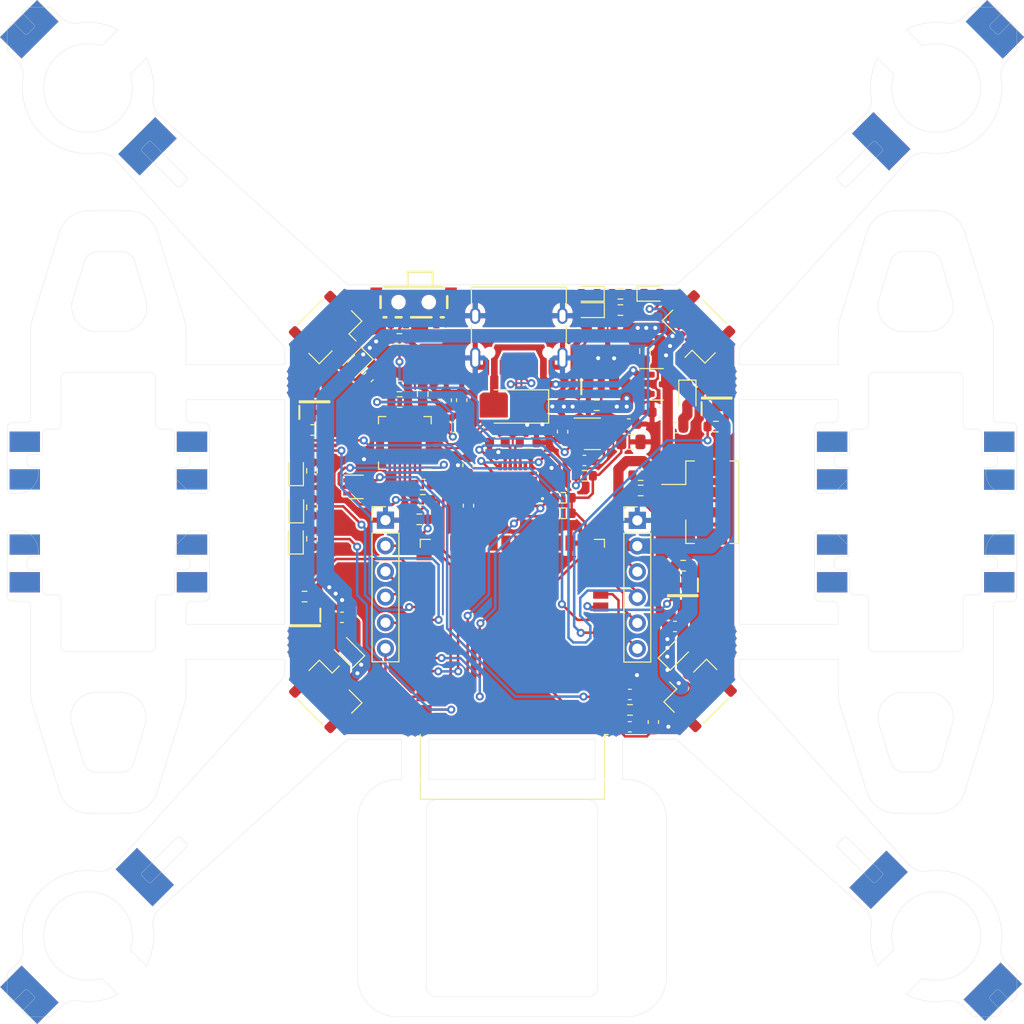
<source format=kicad_pcb>
(kicad_pcb (version 20241229) (generator "pcbnew") (generator_version "9.0")
  (layers (0 "F.Cu" signal) (2 "B.Cu" signal) (13 "F.Paste" user) (15 "B.Paste" user) (5 "F.SilkS" user "F.Silkscreen") (7 "B.SilkS" user "B.Silkscreen") (1 "F.Mask" user) (3 "B.Mask" user) (25 "Edge.Cuts" user))
  (net 0 "")
  (net 1 "VBUS")
  (net 2 "+BATT")
  (net 3 "Net-(U6-VDD)")
  (net 4 "/EN")
  (net 5 "+3V3")
  (net 6 "GND")
  (net 7 "+5V")
  (net 8 "/D-")
  (net 9 "Net-(U3-BP)")
  (net 10 "Net-(D2-A)")
  (net 11 "Net-(D3-A)")
  (net 12 "Net-(U9-CPOUT)")
  (net 13 "Net-(U9-REGOUT)")
  (net 14 "Net-(D4-A)")
  (net 15 "Net-(IC1-~{STDBY})")
  (net 16 "Net-(D5-A)")
  (net 17 "Net-(IC1-~{CHRG})")
  (net 18 "/D+")
  (net 19 "Net-(IC1-PROG)")
  (net 20 "/RXD2")
  (net 21 "/SCL")
  (net 22 "/SRV_2")
  (net 23 "/TXD2")
  (net 24 "/SRV_3")
  (net 25 "/SDA")
  (net 26 "/SRV_1")
  (net 27 "/SRV_4")
  (net 28 "Net-(LED1-A)")
  (net 29 "Net-(LED2-K)")
  (net 30 "Net-(LED3-K)")
  (net 31 "/IO0")
  (net 32 "/LED_2")
  (net 33 "/LED_1")
  (net 34 "/LED_3")
  (net 35 "/MOT_4")
  (net 36 "/MOT_2")
  (net 37 "/MOT_3")
  (net 38 "/RX")
  (net 39 "LDO_EN")
  (net 40 "/DTR")
  (net 41 "Net-(LED6-K)")
  (net 42 "Net-(U6-VBUS)")
  (net 43 "Net-(LED4-K)")
  (net 44 "/LDO_H")
  (net 45 "Net-(U6-TXD)")
  (net 46 "Net-(U6-~{RST})")
  (net 47 "Net-(U6-RXD)")
  (net 48 "/TX")
  (net 49 "Net-(LED5-K)")
  (net 50 "Net-(U9-AD0)")
  (net 51 "/MOT_1")
  (net 52 "/ADC_BAT")
  (net 53 "/RTS")
  (net 77 "/EXI5")
  (net 78 "/EXIO1")
  (net 85 "/EXIO2")
  (net 86 "/EXIO3")
  (net 87 "/EXIO4")
  (footprint "ESP32_TouchDown_lib:1mm hole" (layer "F.Cu") (at 175.83189 75.26855)
    (property "Reference" "REF**" (hide yes))
    (property "Value" "1mm hole" (hide yes))
  )
  (footprint "ESP32_TouchDown_lib:1mm hole" (layer "F.Cu") (at 130.77189 72.47312)
    (property "Reference" "REF**" (hide yes))
    (property "Value" "1mm hole" (hide yes))
  )
  (footprint "ESP32_TouchDown_lib:1mm hole" (layer "F.Cu") (at 121.03189 100.295392)
    (property "Reference" "REF**" (hide yes))
    (property "Value" "1mm hole" (hide yes))
  )
  (footprint "ESP32_TouchDown_lib:1mm hole" (layer "F.Cu") (at 185.63189 100.305392)
    (property "Reference" "REF**" (hide yes))
    (property "Value" "1mm hole" (hide yes))
  )
  (footprint "Capacitor_SMD:C_0603_1608Metric" (layer "F.Cu") (at 139.10806 73.38055 -135)
    (property "Reference" "C16" (hide yes))
    (property "Value" "1uf")
  )
  (footprint "Resistor_SMD:R_0603_1608Metric" (layer "F.Cu") (at 133.50482 82.65155 -90)
    (property "Reference" "R17" (hide yes))
    (property "Value" "1K")
  )
  (footprint "Resistor_SMD:R_0603_1608Metric" (layer "F.Cu") (at 144.48143 85.53826)
    (property "Reference" "R9" (hide yes))
    (property "Value" "1k")
  )
  (footprint "Connector_JST:JST_PH_B2B-PH-SM4-TB_1x02-1MP_P2.00mm_Vertical" (layer "F.Cu") (at 171.39692 85.7694 -90)
    (property "Reference" "J3" (hide yes))
    (property "Value" " B2B-PH-SM4-TB(LF)(SN) ")
  )
  (footprint "Capacitor_SMD:C_0603_1608Metric" (layer "F.Cu") (at 167.32238 107.54101 90)
    (property "Reference" "C9" (hide yes))
    (property "Value" "10uf")
  )
  (footprint "SI2302DS-T1:SOT95P237X112-3N" (layer "F.Cu") (at 133.76136 75.82149 90)
    (property "Reference" "T2" (hide yes))
    (property "Value" "SI2302DS-T1" (hide yes))
  )
  (footprint "Resistor_SMD:R_0603_1608Metric" (layer "F.Cu") (at 133.63817 78.61549 180)
    (property "Reference" "R19" (hide yes))
    (property "Value" "10k")
  )
  (footprint "ESP32_TouchDown_lib:1mm hole" (layer "F.Cu") (at 130.82189 98.86908)
    (property "Reference" "REF**" (hide yes))
    (property "Value" "1mm hole" (hide yes))
  )
  (footprint "Capacitor_SMD:C_0603_1608Metric" (layer "F.Cu") (at 164.99447 104.80924)
    (property "Reference" "C11" (hide yes))
    (property "Value" "0.1uf")
  )
  (footprint "Package_TO_SOT_SMD:SOT-363_SC-70-6" (layer "F.Cu") (at 137.88378 84.25302)
    (property "Reference" "U7" (hide yes))
    (property "Value" "2N7002DW")
  )
  (footprint "ESP32_TouchDown_lib:1mm hole" (layer "F.Cu") (at 130.77189 74.575392)
    (property "Reference" "REF**" (hide yes))
    (property "Value" "1mm hole" (hide yes))
  )
  (footprint "Diode_SMD:D_SMA" (layer "F.Cu") (at 153.55431 76.28504 180)
    (property "Reference" "D1" (hide yes))
    (property "Value" "SS34")
  )
  (footprint "LED_SMD:LED_0603_1608Metric" (layer "F.Cu") (at 160.96857 65.12682 180)
    (property "Reference" "LED2" (hide yes))
    (property "Value" "CHG")
  )
  (footprint "Resistor_SMD:R_0603_1608Metric" (layer "F.Cu") (at 142.1967 75.84689 180)
    (property "Reference" "R7" (hide yes))
    (property "Value" "10k")
  )
  (footprint "Capacitor_SMD:C_0603_1608Metric" (layer "F.Cu") (at 136.48297 97.17019 180)
    (property "Reference" "C15" (hide yes))
    (property "Value" "1uf")
  )
  (footprint "Resistor_SMD:R_0603_1608Metric" (layer "F.Cu") (at 164.05467 65.12428)
    (property "Reference" "R3" (hide yes))
    (property "Value" "1.3K")
  )
  (footprint "ESP32_TouchDown_lib:1mm hole" (layer "F.Cu") (at 185.63189 101.00855)
    (property "Reference" "REF**" (hide yes))
    (property "Value" "1mm hole" (hide yes))
  )
  (footprint "Connector_JST:JST_GH_SM02B-GHS-TB_1x02-1MP_P1.25mm_Horizontal" (layer "F.Cu") (at 135.12915 68.73108 -135)
    (property "Reference" "J5" (hide yes))
    (property "Value" "Conn_01x02_Female")
  )
  (footprint "ESP32_TouchDown_lib:1mm hole" (layer "F.Cu") (at 163.288732 109.23855 90)
    (property "Reference" "REF**" (hide yes))
    (property "Value" "1mm hole" (hide yes))
  )
  (footprint "Resistor_SMD:R_0603_1608Metric" (layer "F.Cu") (at 161.71406 76.16058 180)
    (property "Reference" "Rprog1" (hide yes))
    (property "Value" "3.3K")
  )
  (footprint "ESP32_TouchDown_lib:1mm hole" (layer "F.Cu") (at 175.83189 98.89908)
    (property "Reference" "REF**" (hide yes))
    (property "Value" "1mm hole" (hide yes))
  )
  (footprint "Capacitor_SMD:C_0603_1608Metric" (layer "F.Cu") (at 148.96453 82.11688 90)
    (property "Reference" "C14" (hide yes))
    (property "Value" "10uf")
  )
  (footprint "Capacitor_SMD:C_0603_1608Metric" (layer "F.Cu") (at 164.8916 78.02875)
    (property "Reference" "C4" (hide yes))
    (property "Value" "10u")
  )
  (footprint "ESP32_TouchDown_lib:1mm hole" (layer "F.Cu") (at 143.375576 113.22855 90)
    (property "Reference" "REF**" (hide yes))
    (property "Value" "1mm hole" (hide yes))
  )
  (footprint "Resistor_SMD:R_0603_1608Metric" (layer "F.Cu") (at 166.06762 84.60481)
    (property "Reference" "U5" (hide yes))
    (property "Value" "100K")
  )
  (footprint "ESP32_TouchDown_lib:1mm hole" (layer "F.Cu") (at 161.88242 109.23855 90)
    (property "Reference" "REF**" (hide yes))
    (property "Value" "1mm hole" (hide yes))
  )
  (footprint "ESP32_TouchDown_lib:1mm hole" (layer "F.Cu") (at 185.62189 73.18908)
    (property "Reference" "REF**" (hide yes))
    (property "Value" "1mm hole" (hide yes))
  )
  (footprint "Resistor_SMD:R_0603_1608Metric" (layer "F.Cu") (at 173.51617 78.2764 180)
    (property "Reference" "R20" (hide yes))
    (property "Value" "10k")
  )
  (footprint "ESP32_TouchDown_lib:1mm hole" (layer "F.Cu") (at 185.62189 73.892236)
    (property "Reference" "REF**" (hide yes))
    (property "Value" "1mm hole" (hide yes))
  )
  (footprint "Connector_PinHeader_2.54mm:PinHeader_1x06_P2.54mm_Vertical" (layer "F.Cu") (at 140.79081 87.54232)
    (property "Reference" "J8" (hide yes))
    (property "Value" "Conn_01x06_Female" (hide yes))
  )
  (footprint "ESP32_TouchDown_lib:1mm hole" (layer "F.Cu") (at 144.078732 113.22855 90)
    (property "Reference" "REF**" (hide yes))
    (property "Value" "1mm hole" (hide yes))
  )
  (footprint "Resistor_SMD:R_0603_1608Metric" (layer "F.Cu") (at 166.49307 70.7961 90)
    (property "Reference" "U1" (hide yes))
    (property "Value" "100K")
  )
  (footprint "Connector_JST:JST_GH_SM02B-GHS-TB_1x02-1MP_P1.25mm_Horizontal" (layer "F.Cu") (at 171.6861 104.6416 45)
    (property "Reference" "J4" (hide yes))
    (property "Value" "Conn_01x02_Female")
  )
  (footprint "Capacitor_SMD:C_0603_1608Metric" (layer "F.Cu") (at 169.51821 78.39451)
    (property "Reference" "C17" (hide yes))
    (property "Value" "1uf")
  )
  (footprint "Capacitor_SMD:C_0603_1608Metric" (layer "F.Cu") (at 158.33586 78.78059 -90)
    (property "Reference" "C1" (hide yes))
    (property "Value" "10u")
  )
  (footprint "ESP32_TouchDown_lib:1mm hole" (layer "F.Cu") (at 144.088732 109.23855 90)
    (property "Reference" "REF**" (hide yes))
    (property "Value" "1mm hole" (hide yes))
  )
  (footprint "LED_SMD:LED_0603_1608Metric" (layer "F.Cu") (at 160.97905 66.74226 180)
    (property "Reference" "LED3" (hide yes))
    (property "Value" "CHG")
  )
  (footprint "ESP32_TouchDown_lib:1mm hole" (layer "F.Cu") (at 130.77189 75.27855)
    (property "Reference" "REF**" (hide yes))
    (property "Value" "1mm hole" (hide yes))
  )
  (footprint "ESP32_TouchDown_lib:1mm hole" (layer "F.Cu") (at 142.67242 113.22855 90)
    (property "Reference" "REF**" (hide yes))
    (property "Value" "1mm hole" (hide yes))
  )
  (footprint "tp4056:SOIC127P600X175-9N" (layer "F.Cu") (at 162.79356 71.60382 90)
    (property "Reference" "IC1" (hide yes))
    (property "Value" "TP4056" (hide yes))
  )
  (footprint "LED_SMD:LED_0603_1608Metric" (layer "F.Cu") (at 167.1903 65.11539)
    (property "Reference" "LED1" (hide yes))
    (property "Value" "POW_LED")
  )
  (footprint "Capacitor_SMD:C_0603_1608Metric" (layer "F.Cu") (at 146.80807 75.66401 90)
    (property "Reference" "C7" (hide yes))
    (property "Value" "10uf")
  )
  (footprint "Resistor_SMD:R_0603_1608Metric" (layer "F.Cu") (at 144.4827 84.01807)
    (property "Reference" "R8" (hide yes))
    (property "Value" "1k")
  )
  (footprint "SI2302DS-T1:SOT95P237X112-3N" (layer "F.Cu") (at 132.84315 98.00077 -90)
    (property "Reference" "T1" (hide yes))
    (property "Value" "SI2302DS-T1" (hide yes))
  )
  (footprint "ESP32_TouchDown_lib:1mm hole" (layer "F.Cu") (at 121.03189 98.19312)
    (property "Reference" "REF**" (hide yes))
    (property "Value" "1mm hole" (hide yes))
  )
  (footprint "Capacitor_SMD:C_0603_1608Metric" (layer "F.Cu") (at 147.61833 78.35768)
    (property "Reference" "C8" (hide yes))
    (property "Value" "1uf")
  )
  (footprint "ESP32_TouchDown_lib:1mm hole" (layer "F.Cu") (at 130.82189 100.275392)
    (property "Reference" "REF**" (hide yes))
    (property "Value" "1mm hole" (hide yes))
  )
  (footprint "Resistor_SMD:R_0603_1608Metric" (layer "F.Cu") (at 166.06762 83.08462 180)
    (property "Reference" "U4" (hide yes))
    (property "Value" "100K")
  )
  (footprint "ESP32_TouchDown_lib:1mm hole" (layer "F.Cu") (at 121.05189 74.595392)
    (property "Reference" "REF**" (hide yes))
    (property "Value" "1mm hole" (hide yes))
  )
  (footprint "Resistor_SMD:R_0603_1608Metric" (layer "F.Cu") (at 164.06229 66.73972)
    (property "Reference" "R4" (hide yes))
    (property "Value" "1.3K")
  )
  (footprint "Resistor_SMD:R_0603_1608Metric" (layer "F.Cu") (at 144.14615 87.46485 180)
    (property "Reference" "R11" (hide yes))
    (property "Value" "10k")
  )
  (footprint "ESP32_TouchDown_lib:1mm hole" (layer "F.Cu") (at 130.82189 99.572236)
    (property "Reference" "REF**" (hide yes))
    (property "Value" "1mm hole" (hide yes))
  )
  (footprint "Resistor_SMD:R_0603_1608Metric" (layer "F.Cu") (at 170.2764 92.05844)
    (property "Reference" "R21" (hide yes))
    (property "Value" "10k")
  )
  (footprint "ESP32_TouchDown_lib:1mm hole" (layer "F.Cu") (at 162.585576 109.23855 90)
    (property "Reference" "REF**" (hide yes))
    (property "Value" "1mm hole" (hide yes))
  )
  (footprint "Capacitor_SMD:C_0603_1608Metric" (layer "F.Cu") (at 148.34096 75.65639 90)
    (property "Reference" "C6" (hide yes))
    (property "Value" "0.1uf")
  )
  (footprint "ESP32_TouchDown_lib:1mm hole" (layer "F.Cu") (at 144.78189 113.22855 90)
    (property "Reference" "REF**" (hide yes))
    (property "Value" "1mm hole" (hide yes))
  )
  (footprint "Connector_JST:JST_GH_SM02B-GHS-TB_1x02-1MP_P1.25mm_Horizontal" (layer "F.Cu") (at 171.53243 68.67139 135)
    (property "Reference" "J6" (hide yes))
    (property "Value" "Conn_01x02_Female")
  )
  (footprint "Resistor_SMD:R_0603_1608Metric" (layer "F.Cu") (at 158.40952 85.3249)
    (property "Reference" "R12" (hide yes))
    (property "Value" "10k")
  )
  (footprint "SI2302DS-T1:SOT95P237X112-3N" (layer "F.Cu") (at 170.23957 95.02516 -90)
    (property "Reference" "T4" (hide yes))
    (property "Value" "SI2302DS-T1" (hide yes))
  )
  (footprint "ESP32_TouchDown_lib:1mm hole" (layer "F.Cu") (at 121.03189 98.88908)
    (property "Reference" "REF**" (hide yes))
    (property "Value" "1mm hole" (hide yes))
  )
  (footprint "ESP32_TouchDown_lib:1mm hole" (layer "F.Cu") (at 163.288732 113.23855 90)
    (property "Reference" "REF**" (hide yes))
    (property "Value" "1mm hole" (hide yes))
  )
  (footprint "Resistor_SMD:R_0603_1608Metric" (layer "F.Cu") (at 160.50502 83.14812)
    (property "Reference" "R1" (hide yes))
    (property "Value" "470R")
  )
  (footprint "ESP32_TouchDown_lib:1mm hole" (layer "F.Cu") (at 142.68242 109.23855 90)
    (property "Reference" "REF**" (hide yes))
    (property "Value" "1mm hole" (hide yes))
  )
  (footprint "ESP32_TouchDown_lib:slide switch spdt" (layer "F.Cu") (at 143.581 66.37666 180)
    (property "Reference" "SW1" (hide yes))
    (property "Value" "K3-1280S-F1 ")
  )
  (footprint "ESP32_TouchDown_lib:1mm hole" (layer "F.Cu") (at 175.83189 73.862236)
    (property "Reference" "REF**" (hide yes))
    (property "Value" "1mm hole" (hide yes))
  )
  (footprint "LED_SMD:LED_0603_1608Metric" (layer "F.Cu") (at 131.92748 82.64139 90)
    (property "Reference" "LED6" (hide yes))
    (property "Value" "LED")
  )
  (footprint "Capacitor_SMD:C_0805_2012Metric" (layer "F.Cu") (at 165.09734 79.79278)
    (property "Reference" "C3" (hide yes))
    (property "Value" "2.2uF")
  )
  (footprint "Connector_USB:USB_C_Receptacle_HRO_TYPE-C-31-M-12" (layer "F.Cu") (at 154.00262 68.35262 180)
    (property "Reference" "J1" (hide yes))
    (property "Value" "USB_C_Receptacle_USB2.0")
  )
  (footprint "ESP32_TouchDown_lib:1mm hole" (layer "F.Cu") (at 163.99189 109.23855 90)
    (property "Reference" "REF**" (hide yes))
    (property "Value" "1mm hole" (hide yes))
  )
  (footprint "ESP32_TouchDown_lib:1mm hole" (layer "F.Cu") (at 175.83189 99.602236)
    (property "Reference" "REF**" (hide yes))
    (property "Value" "1mm hole" (hide yes))
  )
  (footprint "Diode_SMD:D_SOD-323" (layer "F.Cu") (at 170.69296 75.17252 -90)
    (property "Reference" "D4" (hide yes))
    (property "Value" "1N4148W")
  )
  (footprint "Capacitor_SMD:C_0603_1608Metric" (layer "F.Cu") (at 167.96881 76.86162 180)
    (property "Reference" "C5" (hide yes))
    (property "Value" "10uF")
  )
  (footprint "ESP32_TouchDown_lib:1mm hole" (layer "F.Cu") (at 185.62189 74.595392)
    (property "Reference" "REF**" (hide yes))
    (property "Value" "1mm hole" (hide yes))
  )
  (footprint "Diode_SMD:D_SOD-323" (layer "F.Cu") (at 137.92061 72.08388 -135)
    (property "Reference" "D3" (hide yes))
    (property "Value" "1N4148W")
  )
  (footprint "Resistor_SMD:R_0603_1608Metric" (layer "F.Cu") (at 154.92083 79.87025 180)
    (property "Reference" "R13" (hide yes))
    (property "Value" "4.7k")
  )
  (footprint "LED_SMD:LED_0603_1608Metric" (layer "F.Cu") (at 131.94653 86.32852 90)
    (property "Reference" "LED5" (hide yes))
    (property "Value" "LED")
  )
  (footprint "Connector_JST:JST_GH_SM02B-GHS-TB_1x02-1MP_P1.25mm_Horizontal" (layer "F.Cu") (at 135.14439 104.73431 -45)
    (property "Reference" "J2" (hide yes))
    (property "Value" "Conn_01x02_Female")
  )
  (footprint "ESP32_TouchDown_lib:1mm hole" (layer "F.Cu") (at 185.63189 98.20312)
    (property "Reference" "REF**" (hide yes))
    (property "Value" "1mm hole" (hide yes))
  )
  (footprint "Capacitor_SMD:C_0603_1608Metric" (layer "F.Cu") (at 169.46106 98.07443)
    (property "Reference" "C18" (hide yes))
    (property "Value" "1uf")
  )
  (footprint "ESP32_TouchDown_lib:1mm hole" (layer "F.Cu") (at 121.03189 100.99855)
    (property "Reference" "REF**" (hide yes))
    (property "Value" "1mm hole" (hide yes))
  )
  (footprint "Resistor_SMD:R_0603_1608Metric" (layer "F.Cu") (at 132.77711 95.1166)
    (property "Reference" "R18" (hide yes))
    (property "Value" "10k")
  )
  (footprint "ESP32_TouchDown_lib:1mm hole" (layer "F.Cu") (at 143.385576 109.23855 90)
    (property "Reference" "REF**" (hide yes))
    (property "Value" "1mm hole" (hide yes))
  )
  (footprint "ESP32_TouchDown_lib:1mm hole" (layer "F.Cu") (at 163.99189 113.23855 90)
    (property "Reference" "REF**" (hide yes))
    (property "Value" "1mm hole" (hide yes))
  )
  (footprint "Resistor_SMD:R_0603_1608Metric" (layer "F.Cu") (at 133.51244 86.28248 -90)
    (property "Reference" "R16" (hide yes))
    (property "Value" "1K")
  )
  (footprint "MPU6050:MPU6050" (layer "F.Cu") (at 153.39283 84.16397 180)
    (property "Reference" "U9" (hide yes))
    (property "Value" "MPU-6050" (hide yes))
  )
  (footprint "LED_SMD:LED_0603_1608Metric" (layer "F.Cu") (at 131.91351 89.41208 90)
    (property "Reference" "LED4" (hide yes))
    (property "Value" "LED")
  )
  (footprint "Diode_SMD:D_SOD-323" (layer "F.Cu") (at 169.45598 100.73889 45)
    (property "Reference" "D5" (hide yes))
    (property "Value" "1N4148W")
  )
  (footprint "ESP32_TouchDown_lib:1mm hole" (layer "F.Cu") (at 185.63189 98.89908)
    (property "Reference" "REF**" (hide yes))
    (property "Value" "1mm hole" (hide yes))
  )
  (footprint "Resistor_SMD:R_0603_1608Metric" (layer "F.Cu") (at 142.17384 69.59341 180)
    (property "Reference" "R2" (hide yes))
    (property "Value" "100K")
  )
  (footprint "Diode_SMD:D_SOD-323" (layer "F.Cu") (at 137.06844 100.51537 135)
    (property "Reference" "D2" (hide yes))
    (property "Value" "1N4148W")
  )
  (footprint "ESP32_TouchDown_lib:1mm hole" (layer "F.Cu") (at 185.63189 99.602236)
    (property "Reference" "REF**" (hide yes))
    (property "Value" "1mm hole" (hide yes))
  )
  (footprint "Capacitor_SMD:C_0603_1608Metric" (layer "F.Cu") (at 151.8741 79.8639 180)
    (property "Reference" "C12" (hide yes))
    (property "Value" "0.1uf")
  )
  (footprint "Package_TO_SOT_SMD:SOT-23-5" (layer "F.Cu") (at 161.28226 78.99395)
    (property "Reference" "U3" (hide yes))
    (property "Value" "MIC5219-3.3YM5")
  )
  (footprint "Capacitor_SMD:C_0603_1608Metric" (layer "F.Cu") (at 149.01152 86.10595 90)
    (property "Reference" "C13" (hide yes))
    (property "Value" "0.1uf")
  )
  (footprint "Resistor_SMD:R_0603_1608Metric" (layer "F.Cu") (at 165.00971 106.34086 180)
    (property "Reference" "R10" (hide yes))
    (property "Value" "10k")
  )
  (footprint "RF_Module:ESP32-WROOM-32" (layer "F.Cu") (at 153.36 99.33 180)
    (property "Reference" "U8" (hide yes))
    (property "Value" "ESP32-WROOM-32")
  )
  (footprint "Connector_PinHeader_2.54mm:PinHeader_1x06_P2.54mm_Vertical" (layer "F.Cu") (at 165.73488 87.57026)
    (property "Reference" "J9" (hide yes))
    (property "Value" "Conn_01x06_Female" (hide yes))
  )
  (footprint "Package_TO_SOT_SMD:SOT-23" (layer "F.Cu") (at 167.65639 74.08921)
    (property "Reference" "U2" (hide yes))
    (property "Value" "AO3401")
  )
  (footprint "Capacitor_SMD:C_0603_1608Metric" (layer "F.Cu") (at 164.9935 108.00837)
    (property "Reference" "C10" (hide yes))
    (property "Value" "1uf")
  )
  (footprint "Resistor_SMD:R_0603_1608Metric" (layer "F.Cu") (at 144.48016 75.05441 90)
    (property "Reference" "R6" (hide yes))
    (property "Value" "22.1k")
  )
  (footprint "Resistor_SMD:R_0603_1608Metric" (layer "F.Cu") (at 133.51244 89.38255 -90)
    (property "Reference" "R15" (hide yes))
    (property "Value" "1K")
  )
  (footprint "ESP32_TouchDown_lib:1mm hole" (layer "F.Cu") (at 121.05189 73.892236)
    (property "Reference" "REF**" (hide yes))
    (property "Value" "1mm hole" (hide yes))
  )
  (footprint "Resistor_SMD:R_0603_1608Metric" (layer "F.Cu") (at 142.17511 74.29749)
    (property "Reference" "R5" (hide yes))
    (property "Value" "47.5k")
  )
  (footprint "ESP32_TouchDown_lib:1mm hole" (layer "F.Cu") (at 130.77189 73.872236)
    (property "Reference" "REF**" (hide yes))
    (property "Value" "1mm hole" (hide yes))
  )
  (footprint "ESP32_TouchDown_lib:1mm hole" (layer "F.Cu") (at 175.83189 101.00855)
    (property "Reference" "REF**" (hide yes))
    (property "Value" "1mm hole" (hide yes))
  )
  (footprint "ESP32_TouchDown_lib:1mm hole" (layer "F.Cu") (at 175.83189 98.20312)
    (property "Reference" "REF**" (hide yes))
    (property "Value" "1mm hole" (hide yes))
  )
  (footprint "Resistor_SMD:R_0603_1608Metric" (layer "F.Cu") (at 158.40952 86.86287)
    (property "Reference" "R14" (hide yes))
    (property "Value" "10k")
  )
  (footprint "ESP32_TouchDown_lib:1mm hole" (layer "F.Cu") (at 121.05189 73.18908)
    (property "Reference" "REF**" (hide yes))
    (property "Value" "1mm hole" (hide yes))
  )
  (footprint "SI2302DS-T1:SOT95P237X112-3N" (layer "F.Cu") (at 173.60126 75.45319 90)
    (property "Reference" "T3" (hide yes))
    (property "Value" "SI2302DS-T1" (hide yes))
  )
  (footprint "ESP32_TouchDown_lib:1mm hole" (layer "F.Cu") (at 121.05189 72.49312)
    (property "Reference" "REF**" (hide yes))
    (property "Value" "1mm hole" (hide yes))
  )
  (footprint "ESP32_TouchDown_lib:1mm hole" (layer "F.Cu") (at 175.83189 100.305392)
    (property "Reference" "REF**" (hide yes))
    (property "Value" "1mm hole" (hide yes))
  )
  (footprint "ESP32_TouchDown_lib:1mm hole" (layer "F.Cu") (at 185.62189 72.49312)
    (property "Reference" "REF**" (hide yes))
    (property "Value" "1mm hole" (hide yes))
  )
  (footprint "ESP32_TouchDown_lib:1mm hole" (layer "F.Cu") (at 121.05189 75.29855)
    (property "Reference" "REF**" (hide yes))
    (property "Value" "1mm hole" (hide yes))
  )
  (footprint "ESP32_TouchDown_lib:1mm hole" (layer "F.Cu") (at 121.03189 99.592236)
    (property "Reference" "REF**" (hide yes))
    (property "Value" "1mm hole" (hide yes))
  )
  (footprint "ESP32_TouchDown_lib:1mm hole" (layer "F.Cu") (at 130.82189 100.97855)
    (property "Reference" "REF**" (hide yes))
    (property "Value" "1mm hole" (hide yes))
  )
  (footprint "ESP32_TouchDown_lib:1mm hole" (layer "F.Cu") (at 175.83189 73.15908)
    (property "Reference" "REF**" (hide yes))
    (property "Value" "1mm hole" (hide yes))
  )
  (footprint "ESP32_TouchDown_lib:1mm hole" (layer "F.Cu") (at 185.62189 75.29855)
    (property "Reference" "REF**" (hide yes))
    (property "Value" "1mm hole" (hide yes))
  )
  (footprint "Capacitor_SMD:C_0603_1608Metric" (layer "F.Cu") (at 160.49613 81.63174 180)
    (property "Reference" "C2" (hide yes))
    (property "Value" "470pF")
  )
  (footprint "ESP32_TouchDown_lib:1mm hole" (layer "F.Cu") (at 130.77189 73.16908)
    (property "Reference" "REF**" (hide yes))
    (property "Value" "1mm hole" (hide yes))
  )
  (footprint "ESP32_TouchDown_lib:1mm hole" (layer "F.Cu") (at 175.83189 74.565392)
    (property "Reference" "REF**" (hide yes))
    (property "Value" "1mm hole" (hide yes))
  )
  (footprint "ESP32_TouchDown_lib:1mm hole" (layer "F.Cu") (at 144.79189 109.23855 90)
    (property "Reference" "REF**" (hide yes))
    (property "Value" "1mm hole" (hide yes))
  )
  (footprint "ESP32_TouchDown_lib:1mm hole" (layer "F.Cu") (at 175.83189 72.46312)
    (property "Reference" "REF**" (hide yes))
    (property "Value" "1mm hole" (hide yes))
  )
  (footprint "ESP32_TouchDown_lib:1mm hole" (layer "F.Cu") (at 161.88242 113.23855 90)
    (property "Reference" "REF**" (hide yes))
    (property "Value" "1mm hole" (hide yes))
  )
  (footprint "ESP32_TouchDown_lib:1mm hole" (layer "F.Cu") (at 162.585576 113.23855 90)
    (property "Reference" "REF**" (hide yes))
    (property "Value" "1mm hole" (hide yes))
  )
  (footprint "ESP32_TouchDown_lib:1mm hole" (layer "F.Cu") (at 130.82189 98.17312)
    (property "Reference" "REF**" (hide yes))
    (property "Value" "1mm hole" (hide yes))
  )
  (footprint "Package_DFN_QFN:QFN-28-1EP_5x5mm_P0.5mm_EP3.35x3.35mm" (layer "F.Cu") (at 142.71105 79.89311 180)
    (property "Reference" "U6" (hide yes))
    (property "Value" "CP2102N-Axx-xQFN28")
  )
  (gr_poly (pts (xy 123.1293 82.51134) (xy 120.12931 82.51134) (xy 120.12931 84.51134) (xy 123.1293 84.51134)) (fill yes) (layer "F.Cu"))
  (gr_poly (pts (xy 203.08926 78.77754) (xy 200.08927 78.77754) (xy 200.08927 80.77754) (xy 203.08926 80.77754)) (fill yes) (layer "F.Cu"))
  (gr_poly (pts (xy 123.1293 92.69674) (xy 120.12931 92.69674) (xy 120.12931 94.69674) (xy 123.1293 94.69674)) (fill yes) (layer "F.Cu"))
  (gr_poly (pts (xy 106.56926 88.96294) (xy 103.56927 88.96294) (xy 103.56927 90.96294) (xy 106.56926 90.96294)) (fill yes) (layer "F.Cu"))
  (gr_poly (pts (xy 186.52846 88.96294) (xy 183.52847 88.96294) (xy 183.52847 90.96294) (xy 186.52846 90.96294)) (fill yes) (layer "F.Cu"))
  (gr_poly (pts (xy 106.56926 78.77754) (xy 103.56927 78.77754) (xy 103.56927 80.77754) (xy 106.56926 80.77754)) (fill yes) (layer "F.Cu"))
  (gr_poly (pts (xy 119.843807 123.666001) (xy 116.179857 120.000781) (xy 114.062767 122.126761) (xy 117.721637 125.788171)) (fill yes) (layer "F.Cu"))
  (gr_poly (pts (xy 123.1293 88.96294) (xy 120.12931 88.96294) (xy 120.12931 90.96294) (xy 123.1293 90.96294)) (fill yes) (layer "F.Cu"))
  (gr_poly (pts (xy 203.08926 88.96294) (xy 200.08927 88.96294) (xy 200.08927 90.96294) (xy 203.08926 90.96294)) (fill yes) (layer "F.Cu"))
  (gr_poly (pts (xy 190.398103 120.276516) (xy 186.732883 123.940466) (xy 188.858863 126.057556) (xy 192.520273 122.398686)) (fill yes) (layer "F.Cu"))
  (gr_poly (pts (xy 186.52846 82.51134) (xy 183.52847 82.51134) (xy 183.52847 84.51134) (xy 186.52846 84.51134)) (fill yes) (layer "F.Cu"))
  (gr_poly (pts (xy 198.27183 38.167832) (xy 201.93578 41.833052) (xy 204.05287 39.707072) (xy 200.394 36.045662)) (fill yes) (layer "F.Cu"))
  (gr_poly (pts (xy 123.1293 78.77754) (xy 120.12931 78.77754) (xy 120.12931 80.77754) (xy 123.1293 80.77754)) (fill yes) (layer "F.Cu"))
  (gr_poly (pts (xy 186.52846 78.77754) (xy 183.52847 78.77754) (xy 183.52847 80.77754) (xy 186.52846 80.77754)) (fill yes) (layer "F.Cu"))
  (gr_poly (pts (xy 186.52846 92.69674) (xy 183.52847 92.69674) (xy 183.52847 94.69674) (xy 186.52846 94.69674)) (fill yes) (layer "F.Cu"))
  (gr_poly (pts (xy 108.42105 135.32099) (xy 104.7571 131.65577) (xy 102.64001 133.78175) (xy 106.29888 137.44316)) (fill yes) (layer "F.Cu"))
  (gr_poly (pts (xy 201.719632 131.356622) (xy 198.054412 135.020572) (xy 200.180392 137.137662) (xy 203.841802 133.478792)) (fill yes) (layer "F.Cu"))
  (gr_poly (pts (xy 203.08926 92.69039) (xy 200.08927 92.69039) (xy 200.08927 94.69039) (xy 203.08926 94.69039)) (fill yes) (layer "F.Cu"))
  (gr_poly (pts (xy 116.445601 53.403964) (xy 120.110821 49.740014) (xy 117.984841 47.622924) (xy 114.323431 51.281794)) (fill yes) (layer "F.Cu"))
  (gr_poly (pts (xy 106.56926 92.69674) (xy 103.56927 92.69674) (xy 103.56927 94.69674) (xy 106.56926 94.69674)) (fill yes) (layer "F.Cu"))
  (gr_poly (pts (xy 104.74186 41.82486) (xy 108.40708 38.16091) (xy 106.2811 36.04382) (xy 102.61969 39.70269)) (fill yes) (layer "F.Cu"))
  (gr_poly (pts (xy 203.08926 82.53039) (xy 200.08927 82.53039) (xy 200.08927 84.53039) (xy 203.08926 84.53039)) (fill yes) (layer "F.Cu"))
  (gr_poly (pts (xy 106.56926 82.51134) (xy 103.56927 82.51134) (xy 103.56927 84.51134) (xy 106.56926 84.51134)) (fill yes) (layer "F.Cu"))
  (gr_poly (pts (xy 187.005935 49.249287) (xy 190.669885 52.914507) (xy 192.786975 50.788527) (xy 189.128105 47.127117)) (fill yes) (layer "F.Cu"))
  (gr_poly (pts (xy 186.5263 78.7783) (xy 183.52631 78.7783) (xy 183.52631 80.7783) (xy 186.5263 80.7783)) (fill yes) (layer "B.Cu"))
  (gr_poly (pts (xy 186.5263 82.5121) (xy 183.52631 82.5121) (xy 183.52631 84.5121) (xy 186.5263 84.5121)) (fill yes) (layer "B.Cu"))
  (gr_poly (pts (xy 123.12714 82.5121) (xy 120.12715 82.5121) (xy 120.12715 84.5121) (xy 123.12714 84.5121)) (fill yes) (layer "B.Cu"))
  (gr_poly (pts (xy 106.5671 88.9637) (xy 103.56711 88.9637) (xy 103.56711 90.9637) (xy 106.5671 90.9637)) (fill yes) (layer "B.Cu"))
  (gr_poly (pts (xy 106.5671 92.6975) (xy 103.56711 92.6975) (xy 103.56711 94.6975) (xy 106.5671 94.6975)) (fill yes) (layer "B.Cu"))
  (gr_poly (pts (xy 186.5263 92.6975) (xy 183.52631 92.6975) (xy 183.52631 94.6975) (xy 186.5263 94.6975)) (fill yes) (layer "B.Cu"))
  (gr_poly (pts (xy 186.5263 88.9637) (xy 183.52631 88.9637) (xy 183.52631 90.9637) (xy 186.5263 90.9637)) (fill yes) (layer "B.Cu"))
  (gr_poly (pts (xy 108.419253 135.322127) (xy 104.755303 131.656907) (xy 102.638213 133.782887) (xy 106.297083 137.444297)) (fill yes) (layer "B.Cu"))
  (gr_poly (pts (xy 116.446871 53.405234) (xy 120.112091 49.741284) (xy 117.986111 47.624194) (xy 114.324701 51.283064)) (fill yes) (layer "B.Cu"))
  (gr_poly (pts (xy 123.12714 92.6975) (xy 120.12715 92.6975) (xy 120.12715 94.6975) (xy 123.12714 94.6975)) (fill yes) (layer "B.Cu"))
  (gr_poly (pts (xy 106.5671 78.7783) (xy 103.56711 78.7783) (xy 103.56711 80.7783) (xy 106.5671 80.7783)) (fill yes) (layer "B.Cu"))
  (gr_poly (pts (xy 190.659772 52.913329) (xy 186.994552 49.249379) (xy 189.120532 47.132289) (xy 192.781942 50.791159)) (fill yes) (layer "B.Cu"))
  (gr_poly (pts (xy 201.915603 41.829938) (xy 198.250383 38.165988) (xy 200.376363 36.048898) (xy 204.037773 39.707768)) (fill yes) (layer "B.Cu"))
  (gr_poly (pts (xy 201.716862 131.367822) (xy 198.051642 135.031772) (xy 200.177622 137.148862) (xy 203.839032 133.489992)) (fill yes) (layer "B.Cu"))
  (gr_poly (pts (xy 106.5671 82.5121) (xy 103.56711 82.5121) (xy 103.56711 84.5121) (xy 106.5671 84.5121)) (fill yes) (layer "B.Cu"))
  (gr_poly (pts (xy 123.12714 88.9637) (xy 120.12715 88.9637) (xy 120.12715 90.9637) (xy 123.12714 90.9637)) (fill yes) (layer "B.Cu"))
  (gr_poly (pts (xy 203.0871 92.69115) (xy 200.08711 92.69115) (xy 200.08711 94.69115) (xy 203.0871 94.69115)) (fill yes) (layer "B.Cu"))
  (gr_poly (pts (xy 203.0871 78.7783) (xy 200.08711 78.7783) (xy 200.08711 80.7783) (xy 203.0871 80.7783)) (fill yes) (layer "B.Cu"))
  (gr_poly (pts (xy 190.402693 120.270542) (xy 186.737473 123.934492) (xy 188.863453 126.051582) (xy 192.524863 122.392712)) (fill yes) (layer "B.Cu"))
  (gr_poly (pts (xy 203.0871 82.53115) (xy 200.08711 82.53115) (xy 200.08711 84.53115) (xy 203.0871 84.53115)) (fill yes) (layer "B.Cu"))
  (gr_poly (pts (xy 203.0871 88.9637) (xy 200.08711 88.9637) (xy 200.08711 90.9637) (xy 203.0871 90.9637)) (fill yes) (layer "B.Cu"))
  (gr_poly (pts (xy 123.12714 78.7783) (xy 120.12715 78.7783) (xy 120.12715 80.7783) (xy 123.12714 80.7783)) (fill yes) (layer "B.Cu"))
  (gr_poly (pts (xy 119.84201 123.667138) (xy 116.17806 120.001918) (xy 114.06097 122.127898) (xy 117.71984 125.789308)) (fill yes) (layer "B.Cu"))
  (gr_poly (pts (xy 104.74313 41.82613) (xy 108.40835 38.16218) (xy 106.28237 36.04509) (xy 102.62096 39.70396)) (fill yes) (layer "B.Cu"))
  (gr_line (start 118.03419 95.42191) (end 118.03419 100.07189) (stroke (width 0.0254)) (layer "Edge.Cuts"))
  (gr_line (start 103.32937 38.73698) (end 103.32937 41.03162) (stroke (width 0.0254)) (layer "Edge.Cuts"))
  (gr_arc (start 103.8295 84.90224) (mid 103.475862 84.755758) (end 103.32938 84.40212) (stroke (width 0.0254)) (layer "Edge.Cuts"))
  (gr_line (start 203.32942 95.0719) (end 203.32942 89.07191) (stroke (width 0.0254)) (layer "Edge.Cuts"))
  (gr_arc (start 200.26517 90.57178) (mid 200.850954 89.157574) (end 202.26516 88.57179) (stroke (width 0.0254)) (layer "Edge.Cuts"))
  (gr_line (start 203.32942 132.44241) (end 202.31825 131.43123) (stroke (width 0.0254)) (layer "Edge.Cuts"))
  (gr_line (start 123.35778 95.0719) (end 123.35778 89.07191) (stroke (width 0.0254)) (layer "Edge.Cuts"))
  (gr_arc (start 103.32937 89.07191) (mid 103.475855 88.718265) (end 103.8295 88.57178) (stroke (width 0.0254)) (layer "Edge.Cuts"))
  (gr_arc (start 144.82941 116.23695) (mid 145.122307 115.52985) (end 145.82941 115.23696) (stroke (width 0.0254)) (layer "Edge.Cuts"))
  (gr_arc (start 114.56689 104.59855) (mid 116.579041 105.614976) (end 116.954942 107.837715) (stroke (width 0.0254)) (layer "Edge.Cuts"))
  (gr_arc (start 116.69561 122.80362) (mid 116.613777 122.631125) (end 116.67737 122.451105) (stroke (width 0.0254)) (layer "Edge.Cuts"))
  (gr_arc (start 188.89587 45.66407) (mid 188.917612 43.669823) (end 189.542971 41.776039) (stroke (width 0.0254)) (layer "Edge.Cuts"))
  (gr_line (start 160.82938 134.73704) (end 145.82941 134.73704) (stroke (width 0.0254)) (layer "Edge.Cuts"))
  (gr_arc (start 108.49878 59.01761) (mid 109.584395 57.490073) (end 111.36466 56.904766) (stroke (width 0.0254)) (layer "Edge.Cuts"))
  (gr_arc (start 201.75539 43.75958) (mid 201.831902 42.833994) (end 202.318207 42.042747) (stroke (width 0.0254)) (layer "Edge.Cuts"))
  (gr_arc (start 194.40615 122.30298) (mid 193.440154 122.204014) (end 192.634614 121.661752) (stroke (width 0.0254)) (layer "Edge.Cuts"))
  (gr_line (start 142.37933 109.23697) (end 142.37933 113.23696) (stroke (width 0.0254)) (layer "Edge.Cuts"))
  (gr_arc (start 121.53406 77.90226) (mid 121.180415 77.755775) (end 121.03393 77.40213) (stroke (width 0.0254)) (layer "Edge.Cuts"))
  (gr_line (start 199.03479 136.73704) (end 201.32943 136.73704) (stroke (width 0.0254)) (layer "Edge.Cuts"))
  (gr_line (start 105.96233 135.02356) (end 104.78911 136.19678) (stroke (width 0.0254)) (layer "Edge.Cuts"))
  (gr_line (start 105.74339 81.00233) (end 106.79342 81.00233) (stroke (width 0.0254)) (layer "Edge.Cuts"))
  (gr_arc (start 105.95344 134.66135) (mid 106.035606 134.840482) (end 105.962547 135.023517) (stroke (width 0.0254)) (layer "Edge.Cuts"))
  (gr_line (start 130.82944 102.99746) (end 114.02404 121.66163) (stroke (width 0.0254)) (layer "Edge.Cuts"))
  (gr_line (start 103.86963 38.19672) (end 103.32937 38.73698) (stroke (width 0.0254)) (layer "Edge.Cuts"))
  (gr_line (start 109.15283 72.90227) (end 117.53407 72.90227) (stroke (width 0.0254)) (layer "Edge.Cuts"))
  (gr_line (start 116.69561 122.80362) (end 117.262617 123.37073) (stroke (width 0.0254)) (layer "Edge.Cuts"))
  (gr_line (start 198.15976 114.45667) (end 200.87172 105.69646) (stroke (width 0.0254)) (layer "Edge.Cuts"))
  (gr_arc (start 185.583704 53.921034) (mid 185.50189 53.74855) (end 185.565464 53.568519) (stroke (width 0.0254)) (layer "Edge.Cuts"))
  (gr_arc (start 105.24351 81.5022) (mid 105.389921 81.148731) (end 105.74339 81.00232) (stroke (width 0.0254)) (layer "Edge.Cuts"))
  (gr_line (start 200.87172 67.77756) (end 198.15976 59.01761) (stroke (width 0.0254)) (layer "Edge.Cuts"))
  (gr_line (start 199.86512 92.47195) (end 199.86512 94.42191) (stroke (width 0.0254)) (layer "Edge.Cuts"))
  (gr_line (start 201.41528 81.5022) (end 201.41528 81.80217) (stroke (width 0.0254)) (layer "Edge.Cuts"))
  (gr_arc (start 203.32942 95.0719) (mid 203.182938 95.425538) (end 202.8293 95.57202) (stroke (width 0.0254)) (layer "Edge.Cuts"))
  (gr_arc (start 114.28033 134.52851) (mid 112.362988 135.154284) (end 110.346126 135.162202) (stroke (width 0.0254)) (layer "Edge.Cuts"))
  (gr_arc (start 104.90239 129.70911) (mid 106.717083 124.15692) (end 112.256454 122.303463) (stroke (width 0.0254)) (layer "Edge.Cuts"))
  (gr_arc (start 200.91515 81.00233) (mid 201.268611 81.148739) (end 201.41502 81.5022) (stroke (width 0.0254)) (layer "Edge.Cuts"))
  (gr_line (start 119.99355 91.17198) (end 120.94351 91.17198) (stroke (width 0.0254)) (layer "Edge.Cuts"))
  (gr_line (start 183.80114 95.57177) (end 185.12474 95.57177) (stroke (width 0.0254)) (layer "Edge.Cuts"))
  (gr_arc (start 193.96978 40.55232) (mid 198.443459 47.845484) (end 191.142391 43.384716) (stroke (width 0.0254)) (layer "Edge.Cuts"))
  (gr_line (start 197.50571 100.57176) (end 189.12473 100.57176) (stroke (width 0.0254)) (layer "Edge.Cuts"))
  (gr_arc (start 185.62461 77.40213) (mid 185.478201 77.755591) (end 185.12474 77.902) (stroke (width 0.0254)) (layer "Edge.Cuts"))
  (gr_line (start 202.8293 88.57178) (end 202.26516 88.57178) (stroke (width 0.0254)) (layer "Edge.Cuts"))
  (gr_line (start 185.16512 88.57178) (end 183.80114 88.57178) (stroke (width 0.0254)) (layer "Edge.Cuts"))
  (gr_arc (start 121.03419 96.07189) (mid 121.180602 95.718435) (end 121.53406 95.57203) (stroke (width 0.0254)) (layer "Edge.Cuts"))
  (gr_arc (start 188.47068 59.01761) (mid 189.556162 57.490119) (end 191.33631 56.904821) (stroke (width 0.0254)) (layer "Edge.Cuts"))
  (gr_line (start 114.02404 51.81239) (end 130.82944 70.47657) (stroke (width 0.0254)) (layer "Edge.Cuts"))
  (gr_arc (start 200.69646 135.0233) (mid 200.623491 134.84049) (end 200.705556 134.661578) (stroke (width 0.0254)) (layer "Edge.Cuts"))
  (gr_line (start 175.82935 72.12909) (end 175.82935 70.47657) (stroke (width 0.0254)) (layer "Edge.Cuts"))
  (gr_arc (start 114.661894 60.968785) (mid 115.468962 61.224166) (end 115.96189 61.912353) (stroke (width 0.0254)) (layer "Edge.Cuts"))
  (gr_line (start 118.53406 78.55224) (end 119.3936 78.55224) (stroke (width 0.0254)) (layer "Edge.Cuts"))
  (gr_line (start 185.75872 105.69646) (end 188.47068 114.45667) (stroke (width 0.0254)) (layer "Edge.Cuts"))
  (gr_arc (start 117.26279 50.10323) (mid 116.988294 50.39122) (end 116.699817 50.665204) (stroke (width 0.0254)) (layer "Edge.Cuts"))
  (gr_line (start 137.06895 109.23697) (end 142.37933 109.23697) (stroke (width 0.0254)) (layer "Edge.Cuts"))
  (gr_arc (start 194.513842 60.94808) (mid 195.320913 61.203459) (end 195.813838 61.891648) (stroke (width 0.0254)) (layer "Edge.Cuts"))
  (gr_arc (start 120.156808 118.969402) (mid 120.336964 118.905775) (end 120.509541 118.987762) (stroke (width 0.0254)) (layer "Edge.Cuts"))
  (gr_arc (start 121.075146 119.553291) (mid 121.156961 119.725787) (end 121.093386 119.905806) (stroke (width 0.0254)) (layer "Edge.Cuts"))
  (gr_line (start 107.29355 78.55224) (end 108.15283 78.55224) (stroke (width 0.0254)) (layer "Edge.Cuts"))
  (gr_line (start 130.82944 101.34493) (end 130.82944 102.99746) (stroke (width 0.0254)) (layer "Edge.Cuts"))
  (gr_line (start 109.728838 107.837715) (end 110.876891 111.574617) (stroke (width 0.0254)) (layer "Edge.Cuts"))
  (gr_line (start 119.89347 79.05212) (end 119.89347 81.00233) (stroke (width 0.0254)) (layer "Edge.Cuts"))
  (gr_line (start 144.82941 133.73705) (end 144.82941 116.23695) (stroke (width 0.0254)) (layer "Edge.Cuts"))
  (gr_line (start 198.00584 95.42191) (end 198.00584 100.07189) (stroke (width 0.0254)) (layer "Edge.Cuts"))
  (gr_arc (start 110.3573 38.31001) (mid 112.374201 38.32144) (end 114.290502 38.950576) (stroke (width 0.0254)) (layer "Edge.Cuts"))
  (gr_arc (start 160.82938 115.23696) (mid 161.53648 115.52985) (end 161.82937 116.23695) (stroke (width 0.0254)) (layer "Edge.Cuts"))
  (gr_line (start 188.25402 47.43166) (end 169.58984 64.23706) (stroke (width 0.0254)) (layer "Edge.Cuts"))
  (gr_arc (start 188.6246 78.05212) (mid 188.478188 78.405575) (end 188.12473 78.55198) (stroke (width 0.0254)) (layer "Edge.Cuts"))
  (gr_line (start 119.99355 82.3023) (end 119.99355 83.40212) (stroke (width 0.0254)) (layer "Edge.Cuts"))
  (gr_arc (start 196.30683 135.163) (mid 197.23242 135.239513) (end 198.02367 135.72582) (stroke (width 0.0254)) (layer "Edge.Cuts"))
  (gr_arc (start 188.6246 73.40214) (mid 188.771085 73.048495) (end 189.12473 72.90201) (stroke (width 0.0254)) (layer "Edge.Cuts"))
  (gr_arc (start 200.703045 38.810657) (mid 200.985073 39.079174) (end 201.253699 39.361097) (stroke (width 0.0254)) (layer "Edge.Cuts"))
  (gr_line (start 186.76532 81.00233) (end 186.76532 79.05212) (stroke (width 0.0254)) (layer "Edge.Cuts"))
  (gr_line (start 203.32942 134.73704) (end 203.32942 132.44241) (stroke (width 0.0254)) (layer "Edge.Cuts"))
  (gr_arc (start 189.12473 100.57176) (mid 188.771269 100.425351) (end 188.62486 100.07189) (stroke (width 0.0254)) (layer "Edge.Cuts"))
  (gr_line (start 186.66525 83.40212) (end 186.66525 82.3023) (stroke (width 0.0254)) (layer "Edge.Cuts"))
  (gr_line (start 105.32937 136.73704) (end 107.624 136.73704) (stroke (width 0.0254)) (layer "Edge.Cuts"))
  (gr_line (start 199.03479 36.73699) (end 198.02362 37.74816) (stroke (width 0.0254)) (layer "Edge.Cuts"))
  (gr_line (start 105.74339 91.17198) (end 106.39363 91.17198) (stroke (width 0.0254)) (layer "Edge.Cuts"))
  (gr_arc (start 201.41528 81.80217) (mid 201.268795 82.155815) (end 200.91515 82.3023) (stroke (width 0.0254)) (layer "Edge.Cuts"))
  (gr_line (start 195.29413 56.90459) (end 191.33631 56.90459) (stroke (width 0.0254)) (layer "Edge.Cuts"))
  (gr_arc (start 198.15976 114.45641) (mid 197.07428 115.983906) (end 195.29413 116.569206) (stroke (width 0.0254)) (layer "Edge.Cuts"))
  (gr_line (start 200.26517 90.57178) (end 200.26517 91.17198) (stroke (width 0.0254)) (layer "Edge.Cuts"))
  (gr_arc (start 198.00584 100.07189) (mid 197.859355 100.425535) (end 197.50571 100.57202) (stroke (width 0.0254)) (layer "Edge.Cuts"))
  (gr_arc (start 201.7564 43.76517) (mid 199.941593 49.317172) (end 194.402341 51.17053) (stroke (width 0.0254)) (layer "Edge.Cuts"))
  (gr_line (start 164.27946 109.23697) (end 169.58984 109.23697) (stroke (width 0.0254)) (layer "Edge.Cuts"))
  (gr_arc (start 192.063838 68.867715) (mid 190.051687 67.851289) (end 189.675786 65.62855) (stroke (width 0.0254)) (layer "Edge.Cuts"))
  (gr_arc (start 201.25374 134.11297) (mid 201.432799 134.030985) (end 201.615651 134.104119) (stroke (width 0.0254)) (layer "Edge.Cuts"))
  (gr_line (start 186.66525 90.07191) (end 185.16512 88.57178) (stroke (width 0.0254)) (layer "Edge.Cuts"))
  (gr_arc (start 201.25577 134.11068) (mid 200.986172 134.393787) (end 200.703065 134.663385) (stroke (width 0.0254)) (layer "Edge.Cuts"))
  (gr_line (start 192.63475 121.66163) (end 175.82935 102.99746) (stroke (width 0.0254)) (layer "Edge.Cuts"))
  (gr_line (start 202.78891 135.2773) (end 203.32942 134.73704) (stroke (width 0.0254)) (layer "Edge.Cuts"))
  (gr_arc (start 103.8295 95.57177) (mid 103.476039 95.425361) (end 103.32963 95.0719) (stroke (width 0.0254)) (layer "Edge.Cuts"))
  (gr_arc (start 118.03419 100.07189) (mid 117.887708 100.425528) (end 117.53407 100.57201) (stroke (width 0.0254)) (layer "Edge.Cuts"))
  (gr_line (start 188.6246 100.07189) (end 188.6246 95.42191) (stroke (width 0.0254)) (layer "Edge.Cuts"))
  (gr_arc (start 202.26516 84.90224) (mid 200.85096 84.316453) (end 200.26518 82.90225) (stroke (width 0.0254)) (layer "Edge.Cuts"))
  (gr_arc (start 120.513119 54.482766) (mid 120.340623 54.564581) (end 120.160604 54.501006) (stroke (width 0.0254)) (layer "Edge.Cuts"))
  (gr_line (start 118.40478 126.04237) (end 137.06895 109.23697) (stroke (width 0.0254)) (layer "Edge.Cuts"))
  (gr_line (start 114.66189 68.88842) (end 112.21189 68.88842) (stroke (width 0.0254)) (layer "Edge.Cuts"))
  (gr_line (start 130.82944 70.47657) (end 130.82944 72.12909) (stroke (width 0.0254)) (layer "Edge.Cuts"))
  (gr_line (start 123.35778 84.40212) (end 123.35778 78.40213) (stroke (width 0.0254)) (layer "Edge.Cuts"))
  (gr_arc (start 192.134816 112.493935) (mid 191.327747 112.238554) (end 190.83482 111.550367) (stroke (width 0.0254)) (layer "Edge.Cuts"))
  (gr_line (start 142.02932 136.73704) (end 164.62948 136.73704) (stroke (width 0.0254)) (layer "Edge.Cuts"))
  (gr_line (start 186.502042 54.504923) (end 189.98148 51.02322) (stroke (width 0.0254)) (layer "Edge.Cuts"))
  (gr_arc (start 112.25264 51.17104) (mid 113.218636 51.270006) (end 114.024176 51.812268) (stroke (width 0.0254)) (layer "Edge.Cuts"))
  (gr_arc (start 121.44363 91.97183) (mid 121.297145 92.325462) (end 120.94351 92.47194) (stroke (width 0.0254)) (layer "Edge.Cuts"))
  (gr_arc (start 189.542052 131.696159) (mid 188.917452 129.803194) (end 188.895875 127.809961) (stroke (width 0.0254)) (layer "Edge.Cuts"))
  (gr_arc (start 104.39363 88.57178) (mid 105.807844 89.157566) (end 106.39363 90.57178) (stroke (width 0.0254)) (layer "Edge.Cuts"))
  (gr_arc (start 117.61535 123.38909) (mid 117.435195 123.452702) (end 117.262617 123.37073) (stroke (width 0.0254)) (layer "Edge.Cuts"))
  (gr_arc (start 114.02404 121.66163) (mid 113.218574 122.203846) (end 112.252665 122.302808) (stroke (width 0.0254)) (layer "Edge.Cuts"))
  (gr_arc (start 194.41352 122.30197) (mid 199.949587 124.165021) (end 201.754591 129.720285) (stroke (width 0.0254)) (layer "Edge.Cuts"))
  (gr_arc (start 117.76343 127.81377) (mid 117.862396 126.847774) (end 118.404658 126.042234) (stroke (width 0.0254)) (layer "Edge.Cuts"))
  (gr_line (start 196.912871 107.813465) (end 195.824819 111.550367) (stroke (width 0.0254)) (layer "Edge.Cuts"))
  (gr_arc (start 189.98122 122.45106) (mid 190.044901 122.631122) (end 189.962985 122.803655) (stroke (width 0.0254)) (layer "Edge.Cuts"))
  (gr_line (start 107.624 36.73699) (end 105.32937 36.73699) (stroke (width 0.0254)) (layer "Edge.Cuts"))
  (gr_arc (start 201.00583 104.80949) (mid 200.972111 105.258015) (end 200.871713 105.696458) (stroke (width 0.0254)) (layer "Edge.Cuts"))
  (gr_arc (start 121.44363 81.80217) (mid 121.297148 82.155808) (end 120.94351 82.30229) (stroke (width 0.0254)) (layer "Edge.Cuts"))
  (gr_line (start 202.26516 84.90224) (end 202.8293 84.90224) (stroke (width 0.0254)) (layer "Edge.Cuts"))
  (gr_line (start 115.51477 130.09418) (end 117.11674 131.69616) (stroke (width 0.0254)) (layer "Edge.Cuts"))
  (gr_arc (start 108.15283 94.92178) (mid 108.506475 95.068265) (end 108.65296 95.42191) (stroke (width 0.0254)) (layer "Edge.Cuts"))
  (gr_arc (start 105.95852 38.44666) (mid 106.035603 38.630782) (end 105.953477 38.812711) (stroke (width 0.0254)) (layer "Edge.Cuts"))
  (gr_line (start 119.89347 92.47195) (end 119.89347 94.42191) (stroke (width 0.0254)) (layer "Edge.Cuts"))
  (gr_arc (start 105.74339 82.3023) (mid 105.389738 82.155819) (end 105.24325 81.80217) (stroke (width 0.0254)) (layer "Edge.Cuts"))
  (gr_arc (start 118.18812 114.45641) (mid 117.102559 115.984083) (end 115.32223 116.569454) (stroke (width 0.0254)) (layer "Edge.Cuts"))
  (gr_line (start 185.12474 77.90226) (end 183.80114 77.90226) (stroke (width 0.0254)) (layer "Edge.Cuts"))
  (gr_arc (start 185.21516 81.5022) (mid 185.361645 81.148555) (end 185.71529 81.00207) (stroke (width 0.0254)) (layer "Edge.Cuts"))
  (gr_arc (start 123.35778 95.0719) (mid 123.211295 95.425545) (end 122.85765 95.57203) (stroke (width 0.0254)) (layer "Edge.Cuts"))
  (gr_line (start 188.6246 78.05212) (end 188.6246 73.40214) (stroke (width 0.0254)) (layer "Edge.Cuts"))
  (gr_line (start 121.44363 81.5022) (end 121.44363 81.80217) (stroke (width 0.0254)) (layer "Edge.Cuts"))
  (gr_line (start 189.04345 50.08519) (end 185.565464 53.568519) (stroke (width 0.0254)) (layer "Edge.Cuts"))
  (gr_line (start 175.82935 97.84507) (end 175.82935 75.62896) (stroke (width 0.0254)) (layer "Edge.Cuts"))
  (gr_line (start 200.26517 82.3023) (end 200.26517 82.90225) (stroke (width 0.0254)) (layer "Edge.Cuts"))
  (gr_line (start 169.58984 109.23697) (end 188.25402 126.04237) (stroke (width 0.0254)) (layer "Edge.Cuts"))
  (gr_arc (start 195.29413 56.90459) (mid 197.074468 57.48991) (end 198.160149 59.017489) (stroke (width 0.0254)) (layer "Edge.Cuts"))
  (gr_arc (start 189.396 123.3708) (mid 189.223511 123.452626) (end 189.0435 123.389035) (stroke (width 0.0254)) (layer "Edge.Cuts"))
  (gr_arc (start 121.03419 104.80949) (mid 121.000466 105.258053) (end 120.900051 105.696531) (stroke (width 0.0254)) (layer "Edge.Cuts"))
  (gr_line (start 104.78911 37.2775) (end 105.96233 38.45072) (stroke (width 0.0254)) (layer "Edge.Cuts"))
  (gr_arc (start 188.25402 126.04237) (mid 188.796236 126.847836) (end 188.895198 127.813745) (stroke (width 0.0254)) (layer "Edge.Cuts"))
  (gr_arc (start 185.12474 95.57177) (mid 185.478378 95.718252) (end 185.62486 96.07189) (stroke (width 0.0254)) (layer "Edge.Cuts"))
  (gr_line (start 193.97232 132.92247) (end 192.37034 134.52445) (stroke (width 0.0254)) (layer "Edge.Cuts"))
  (gr_line (start 185.21516 91.97183) (end 185.21516 91.67185) (stroke (width 0.0254)) (layer "Edge.Cuts"))
  (gr_arc (start 185.561797 119.909597) (mid 185.49817 119.729441) (end 185.580157 119.556864) (stroke (width 0.0254)) (layer "Edge.Cuts"))
  (gr_line (start 168.62947 132.73705) (end 168.62947 117.23695) (stroke (width 0.0254)) (layer "Edge.Cuts"))
  (gr_arc (start 201.5057 77.90226) (mid 201.152055 77.755775) (end 201.00557 77.40213) (stroke (width 0.0254)) (layer "Edge.Cuts"))
  (gr_line (start 120.513119 54.482766) (end 121.080229 53.915759) (stroke (width 0.0254)) (layer "Edge.Cuts"))
  (gr_line (start 191.14377 43.37985) (end 189.54205 41.77812) (stroke (width 0.0254)) (layer "Edge.Cuts"))
  (gr_arc (start 192.63475 51.81239) (mid 193.440216 51.270174) (end 194.406125 51.171212) (stroke (width 0.0254)) (layer "Edge.Cuts"))
  (gr_arc (start 197.50571 72.90227) (mid 197.859171 73.048679) (end 198.00558 73.40214) (stroke (width 0.0254)) (layer "Edge.Cuts"))
  (gr_arc (start 120.94351 91.17198) (mid 121.296965 91.318392) (end 121.44337 91.67185) (stroke (width 0.0254)) (layer "Edge.Cuts"))
  (gr_line (start 200.91515 92.47195) (end 199.86512 92.47195) (stroke (width 0.0254)) (layer "Edge.Cuts"))
  (gr_arc (start 120.94351 81.00233) (mid 121.296965 81.148742) (end 121.44337 81.5022) (stroke (width 0.0254)) (layer "Edge.Cuts"))
  (gr_line (start 186.145686 118.991259) (end 185.578576 119.558266) (stroke (width 0.0254)) (layer "Edge.Cuts"))
  (gr_arc (start 194.524819 104.5743) (mid 196.53697 105.590726) (end 196.912871 107.813465) (stroke (width 0.0254)) (layer "Edge.Cuts"))
  (gr_line (start 103.32937 78.40213) (end 103.32937 84.40212) (stroke (width 0.0254)) (layer "Edge.Cuts"))
  (gr_arc (start 108.65296 78.05212) (mid 108.506472 78.405759) (end 108.15283 78.55224) (stroke (width 0.0254)) (layer "Edge.Cuts"))
  (gr_line (start 185.62461 75.62896) (end 185.62461 77.40213) (stroke (width 0.0254)) (layer "Edge.Cuts"))
  (gr_line (start 121.49342 88.57178) (end 119.99355 90.07191) (stroke (width 0.0254)) (layer "Edge.Cuts"))
  (gr_line (start 121.49342 84.90224) (end 122.85765 84.90224) (stroke (width 0.0254)) (layer "Edge.Cuts"))
  (gr_line (start 108.49878 59.01761) (end 105.78707 67.77756) (stroke (width 0.0254)) (layer "Edge.Cuts"))
  (gr_line (start 198.50571 78.55224) (end 199.36525 78.55224) (stroke (width 0.0254)) (layer "Edge.Cuts"))
  (gr_line (start 108.63518 37.74816) (end 107.624 36.73699) (stroke (width 0.0254)) (layer "Edge.Cuts"))
  (gr_arc (start 192.37847 38.94552) (mid 194.295807 38.319749) (end 196.312663 38.311833) (stroke (width 0.0254)) (layer "Edge.Cuts"))
  (gr_line (start 120.94351 82.3023) (end 119.99355 82.3023) (stroke (width 0.0254)) (layer "Edge.Cuts"))
  (gr_arc (start 183.30102 89.07191) (mid 183.447502 88.718272) (end 183.80114 88.57179) (stroke (width 0.0254)) (layer "Edge.Cuts"))
  (gr_line (start 103.86963 135.2773) (end 105.04285 134.10408) (stroke (width 0.0254)) (layer "Edge.Cuts"))
  (gr_line (start 203.32942 38.73698) (end 202.78891 38.19672) (stroke (width 0.0254)) (layer "Edge.Cuts"))
  (gr_line (start 118.18812 114.45667) (end 120.89982 105.69646) (stroke (width 0.0254)) (layer "Edge.Cuts"))
  (gr_arc (start 118.53406 78.55224) (mid 118.180422 78.405758) (end 118.03394 78.05212) (stroke (width 0.0254)) (layer "Edge.Cuts"))
  (gr_line (start 201.00583 104.80949) (end 201.00583 96.07189) (stroke (width 0.0254)) (layer "Edge.Cuts"))
  (gr_arc (start 189.96318 50.67041) (mid 190.045006 50.842899) (end 189.981415 51.02291) (stroke (width 0.0254)) (layer "Edge.Cuts"))
  (gr_line (start 112.271887 60.968785) (end 114.661894 60.968785) (stroke (width 0.0254)) (layer "Edge.Cuts"))
  (gr_line (start 192.37034 38.94958) (end 193.97232 40.55156) (stroke (width 0.0254)) (layer "Edge.Cuts"))
  (gr_line (start 161.57944 109.23697) (end 145.07935 109.23697) (stroke (width 0.0254)) (layer "Edge.Cuts"))
  (gr_line (start 104.34054 131.43123) (end 103.32937 132.44241) (stroke (width 0.0254)) (layer "Edge.Cuts"))
  (gr_arc (start 183.80114 84.90224) (mid 183.447508 84.755755) (end 183.30103 84.40212) (stroke (width 0.0254)) (layer "Edge.Cuts"))
  (gr_line (start 105.65296 68.66453) (end 105.65296 77.40213) (stroke (width 0.0254)) (layer "Edge.Cuts"))
  (gr_line (start 201.00583 77.40213) (end 201.00583 68.66453) (stroke (width 0.0254)) (layer "Edge.Cuts"))
  (gr_arc (start 117.76343 127.81377) (mid 117.740804 129.806203) (end 117.115677 131.698164) (stroke (width 0.0254)) (layer "Edge.Cuts"))
  (gr_line (start 185.21516 81.80217) (end 185.21516 81.5022) (stroke (width 0.0254)) (layer "Edge.Cuts"))
  (gr_arc (start 168.62947 132.73705) (mid 167.4579 135.56547) (end 164.62948 136.73704) (stroke (width 0.0254)) (layer "Edge.Cuts"))
  (gr_line (start 106.39363 91.17198) (end 106.39363 90.57178) (stroke (width 0.0254)) (layer "Edge.Cuts"))
  (gr_arc (start 116.67732 51.02296) (mid 116.61371 50.842895) (end 116.69556 50.670355) (stroke (width 0.0254)) (layer "Edge.Cuts"))
  (gr_line (start 185.62461 68.66453) (end 185.62461 72.12909) (stroke (width 0.0254)) (layer "Edge.Cuts"))
  (gr_line (start 137.06895 64.23706) (end 118.40478 47.43166) (stroke (width 0.0254)) (layer "Edge.Cuts"))
  (gr_arc (start 195.824819 111.550367) (mid 195.331889 112.238551) (end 194.524823 112.493935) (stroke (width 0.0254)) (layer "Edge.Cuts"))
  (gr_line (start 105.04285 39.36995) (end 103.86963 38.19672) (stroke (width 0.0254)) (layer "Edge.Cuts"))
  (gr_line (start 122.85765 77.90226) (end 121.53406 77.90226) (stroke (width 0.0254)) (layer "Edge.Cuts"))
  (gr_line (start 188.47068 59.01761) (end 185.75872 67.77756) (stroke (width 0.0254)) (layer "Edge.Cuts"))
  (gr_arc (start 202.31825 131.43123) (mid 201.831963 130.640012) (end 201.755451 129.714459) (stroke (width 0.0254)) (layer "Edge.Cuts"))
  (gr_line (start 189.12473 72.90227) (end 197.50571 72.90227) (stroke (width 0.0254)) (layer "Edge.Cuts"))
  (gr_line (start 109.823838 65.649255) (end 110.971891 61.912353) (stroke (width 0.0254)) (layer "Edge.Cuts"))
  (gr_arc (start 189.04345 50.08519) (mid 189.223422 50.021512) (end 189.395917 50.103305) (stroke (width 0.0254)) (layer "Edge.Cuts"))
  (gr_line (start 164.62948 113.23696) (end 164.27946 113.23696) (stroke (width 0.0254)) (layer "Edge.Cuts"))
  (gr_line (start 104.78911 136.19678) (end 105.32937 136.73704) (stroke (width 0.0254)) (layer "Edge.Cuts"))
  (gr_arc (start 104.34054 42.04279) (mid 104.826835 42.834012) (end 104.903349 43.759571) (stroke (width 0.0254)) (layer "Edge.Cuts"))
  (gr_line (start 122.85765 88.57178) (end 121.49342 88.57178) (stroke (width 0.0254)) (layer "Edge.Cuts"))
  (gr_line (start 183.30102 89.07191) (end 183.30102 95.0719) (stroke (width 0.0254)) (layer "Edge.Cuts"))
  (gr_line (start 201.32943 136.73704) (end 201.86969 136.19678) (stroke (width 0.0254)) (layer "Edge.Cuts"))
  (gr_line (start 119.99355 83.40212) (end 121.49342 84.90224) (stroke (width 0.0254)) (layer "Edge.Cuts"))
  (gr_line (start 121.03419 75.62896) (end 130.82944 75.62896) (stroke (width 0.0254)) (layer "Edge.Cuts"))
  (gr_arc (start 202.8293 77.90226) (mid 203.182755 78.048672) (end 203.32916 78.40213) (stroke (width 0.0254)) (layer "Edge.Cuts"))
  (gr_arc (start 142.02932 136.73704) (mid 139.2009 135.56547) (end 138.02933 132.73705) (stroke (width 0.0254)) (layer "Edge.Cuts"))
  (gr_arc (start 106.79342 79.05212) (mid 106.939901 78.698468) (end 107.29355 78.55198) (stroke (width 0.0254)) (layer "Edge.Cuts"))
  (gr_line (start 145.07935 109.23697) (end 145.07935 113.23696) (stroke (width 0.0254)) (layer "Edge.Cuts"))
  (gr_arc (start 117.26279 50.10323) (mid 117.435285 50.021397) (end 117.615305 50.08499) (stroke (width 0.0254)) (layer "Edge.Cuts"))
  (gr_arc (start 185.62461 68.66453) (mid 185.658329 68.216005) (end 185.758727 67.777562) (stroke (width 0.0254)) (layer "Edge.Cuts"))
  (gr_line (start 201.86969 37.2775) (end 201.32943 36.73699) (stroke (width 0.0254)) (layer "Edge.Cuts"))
  (gr_line (start 114.56689 104.59855) (end 112.11689 104.59855) (stroke (width 0.0254)) (layer "Edge.Cuts"))
  (gr_line (start 117.049942 65.649255) (end 115.96189 61.912353) (stroke (width 0.0254)) (layer "Edge.Cuts"))
  (gr_line (start 145.6793 64.23706) (end 137.06895 64.23706) (stroke (width 0.0254)) (layer "Edge.Cuts"))
  (gr_line (start 175.82935 70.47657) (end 192.63475 51.81239) (stroke (width 0.0254)) (layer "Edge.Cuts"))
  (gr_line (start 121.03419 97.84507) (end 121.03419 96.07189) (stroke (width 0.0254)) (layer "Edge.Cuts"))
  (gr_line (start 183.80114 84.90224) (end 185.16512 84.90224) (stroke (width 0.0254)) (layer "Edge.Cuts"))
  (gr_arc (start 105.04311 134.10408) (mid 105.22592 134.031111) (end 105.404832 134.113176) (stroke (width 0.0254)) (layer "Edge.Cuts"))
  (gr_line (start 116.677275 51.02302) (end 120.160604 54.501006) (stroke (width 0.0254)) (layer "Edge.Cuts"))
  (gr_arc (start 188.12473 94.92178) (mid 188.478375 95.068265) (end 188.62486 95.42191) (stroke (width 0.0254)) (layer "Edge.Cuts"))
  (gr_line (start 103.8295 95.57177) (end 105.15284 95.57177) (stroke (width 0.0254)) (layer "Edge.Cuts"))
  (gr_line (start 104.39363 88.57178) (end 103.8295 88.57178) (stroke (width 0.0254)) (layer "Edge.Cuts"))
  (gr_arc (start 117.049942 65.649255) (mid 116.67404 67.871994) (end 114.66189 68.88842) (stroke (width 0.0254)) (layer "Edge.Cuts"))
  (gr_line (start 103.32937 134.73704) (end 103.86963 135.2773) (stroke (width 0.0254)) (layer "Edge.Cuts"))
  (gr_line (start 119.99355 90.07191) (end 119.99355 91.17198) (stroke (width 0.0254)) (layer "Edge.Cuts"))
  (gr_line (start 189.962985 122.803655) (end 189.396 123.3708) (stroke (width 0.0254)) (layer "Edge.Cuts"))
  (gr_line (start 116.954942 107.837715) (end 115.86689 111.574617) (stroke (width 0.0254)) (layer "Edge.Cuts"))
  (gr_arc (start 104.90341 129.71445) (mid 104.826894 130.640034) (end 104.340589 131.431279) (stroke (width 0.0254)) (layer "Edge.Cuts"))
  (gr_line (start 105.24351 91.97183) (end 105.24351 91.67185) (stroke (width 0.0254)) (layer "Edge.Cuts"))
  (gr_line (start 103.32937 89.07191) (end 103.32937 95.0719) (stroke (width 0.0254)) (layer "Edge.Cuts"))
  (gr_arc (start 109.728838 107.837715) (mid 110.10474 105.614976) (end 112.11689 104.59855) (stroke (width 0.0254)) (layer "Edge.Cuts"))
  (gr_line (start 120.94351 92.47195) (end 119.89347 92.47195) (stroke (width 0.0254)) (layer "Edge.Cuts"))
  (gr_line (start 189.542051 131.69616) (end 191.14377 130.09418) (stroke (width 0.0254)) (layer "Edge.Cuts"))
  (gr_line (start 201.5057 95.57177) (end 202.8293 95.57177) (stroke (width 0.0254)) (layer "Edge.Cuts"))
  (gr_line (start 200.91515 82.3023) (end 200.26517 82.3023) (stroke (width 0.0254)) (layer "Edge.Cuts"))
  (gr_line (start 200.26517 91.17198) (end 200.91515 91.17198) (stroke (width 0.0254)) (layer "Edge.Cuts"))
  (gr_arc (start 201.00583 96.07189) (mid 201.152242 95.718435) (end 201.5057 95.57203) (stroke (width 0.0254)) (layer "Edge.Cuts"))
  (gr_arc (start 189.96318 50.67041) (mid 189.672478 50.393933) (end 189.396002 50.103229) (stroke (width 0.0254)) (layer "Edge.Cuts"))
  (gr_arc (start 105.65296 77.40213) (mid 105.506478 77.755768) (end 105.15284 77.90225) (stroke (width 0.0254)) (layer "Edge.Cuts"))
  (gr_line (start 161.57944 113.23696) (end 161.57944 109.23697) (stroke (width 0.0254)) (layer "Edge.Cuts"))
  (gr_line (start 186.76532 94.42191) (end 186.76532 92.47195) (stroke (width 0.0254)) (layer "Edge.Cuts"))
  (gr_line (start 115.32223 56.90459) (end 111.36466 56.90459) (stroke (width 0.0254)) (layer "Edge.Cuts"))
  (gr_line (start 105.15284 77.90226) (end 103.8295 77.90226) (stroke (width 0.0254)) (layer "Edge.Cuts"))
  (gr_line (start 202.78891 38.19672) (end 201.61569 39.36995) (stroke (width 0.0254)) (layer "Edge.Cuts"))
  (gr_arc (start 189.686767 107.813465) (mid 190.062669 105.590726) (end 192.074819 104.5743) (stroke (width 0.0254)) (layer "Edge.Cuts"))
  (gr_line (start 145.07935 113.23696) (end 161.57944 113.23696) (stroke (width 0.0254)) (layer "Edge.Cuts"))
  (gr_line (start 192.134816 112.493935) (end 194.524823 112.493935) (stroke (width 0.0254)) (layer "Edge.Cuts"))
  (gr_arc (start 191.33631 116.56944) (mid 189.556018 115.984096) (end 188.470449 114.456481) (stroke (width 0.0254)) (layer "Edge.Cuts"))
  (gr_arc (start 200.91515 91.17198) (mid 201.268611 91.318389) (end 201.41502 91.67185) (stroke (width 0.0254)) (layer "Edge.Cuts"))
  (gr_line (start 106.79342 81.00233) (end 106.79342 79.05212) (stroke (width 0.0254)) (layer "Edge.Cuts"))
  (gr_line (start 121.097008 53.564428) (end 117.615305 50.08499) (stroke (width 0.0254)) (layer "Edge.Cuts"))
  (gr_arc (start 199.86512 94.42191) (mid 199.718711 94.775371) (end 199.36525 94.92178) (stroke (width 0.0254)) (layer "Edge.Cuts"))
  (gr_line (start 105.24351 81.80217) (end 105.24351 81.5022) (stroke (width 0.0254)) (layer "Edge.Cuts"))
  (gr_line (start 175.82935 102.99746) (end 175.82935 101.34493) (stroke (width 0.0254)) (layer "Edge.Cuts"))
  (gr_line (start 183.30102 78.40213) (end 183.30102 84.40212) (stroke (width 0.0254)) (layer "Edge.Cuts"))
  (gr_line (start 194.513838 68.867715) (end 192.063838 68.867715) (stroke (width 0.0254)) (layer "Edge.Cuts"))
  (gr_line (start 201.32943 36.73699) (end 199.03479 36.73699) (stroke (width 0.0254)) (layer "Edge.Cuts"))
  (gr_arc (start 122.85765 77.90226) (mid 123.211111 78.048669) (end 123.35752 78.40213) (stroke (width 0.0254)) (layer "Edge.Cuts"))
  (gr_line (start 105.78707 105.69646) (end 108.49878 114.45667) (stroke (width 0.0254)) (layer "Edge.Cuts"))
  (gr_line (start 185.62461 97.84507) (end 175.82935 97.84507) (stroke (width 0.0254)) (layer "Edge.Cuts"))
  (gr_arc (start 122.85765 88.57178) (mid 123.211295 88.718265) (end 123.35778 89.07191) (stroke (width 0.0254)) (layer "Edge.Cuts"))
  (gr_arc (start 105.15284 95.57177) (mid 105.506472 95.718255) (end 105.65295 96.07189) (stroke (width 0.0254)) (layer "Edge.Cuts"))
  (gr_arc (start 108.63518 135.72587) (mid 109.426397 135.239581) (end 110.35195 135.163068) (stroke (width 0.0254)) (layer "Edge.Cuts"))
  (gr_arc (start 115.32223 56.90459) (mid 117.102551 57.489951) (end 118.188113 59.017612) (stroke (width 0.0254)) (layer "Edge.Cuts"))
  (gr_line (start 117.53407 100.57176) (end 109.15283 100.57176) (stroke (width 0.0254)) (layer "Edge.Cuts"))
  (gr_line (start 203.32942 84.40212) (end 203.32942 78.40213) (stroke (width 0.0254)) (layer "Edge.Cuts"))
  (gr_line (start 145.82941 115.23696) (end 160.82938 115.23696) (stroke (width 0.0254)) (layer "Edge.Cuts"))
  (gr_arc (start 138.02933 117.23695) (mid 139.2009 114.40853) (end 142.02932 113.23696) (stroke (width 0.0254)) (layer "Edge.Cuts"))
  (gr_line (start 130.82944 75.62896) (end 130.82944 97.84507) (stroke (width 0.0254)) (layer "Edge.Cuts"))
  (gr_arc (start 190.823839 61.891648) (mid 191.316766 61.203461) (end 192.123835 60.94808) (stroke (width 0.0254)) (layer "Edge.Cuts"))
  (gr_line (start 186.66525 82.3023) (end 185.71529 82.3023) (stroke (width 0.0254)) (layer "Edge.Cuts"))
  (gr_line (start 130.82944 97.84507) (end 121.03419 97.84507) (stroke (width 0.0254)) (layer "Edge.Cuts"))
  (gr_line (start 106.39363 82.3023) (end 105.74339 82.3023) (stroke (width 0.0254)) (layer "Edge.Cuts"))
  (gr_arc (start 112.24528 51.17231) (mid 106.709017 49.309175) (end 104.903953 43.753707) (stroke (width 0.0254)) (layer "Edge.Cuts"))
  (gr_arc (start 105.65296 68.66453) (mid 105.686679 68.216005) (end 105.787077 67.777562) (stroke (width 0.0254)) (layer "Edge.Cuts"))
  (gr_line (start 185.583704 53.921034) (end 186.150711 54.488144) (stroke (width 0.0254)) (layer "Edge.Cuts"))
  (gr_line (start 185.71529 81.00233) (end 186.76532 81.00233) (stroke (width 0.0254)) (layer "Edge.Cuts"))
  (gr_arc (start 161.82938 133.73705) (mid 161.536483 134.44415) (end 160.82938 134.73704) (stroke (width 0.0254)) (layer "Edge.Cuts"))
  (gr_line (start 199.36525 94.92178) (end 198.50571 94.92178) (stroke (width 0.0254)) (layer "Edge.Cuts"))
  (gr_line (start 201.41528 91.67185) (end 201.41528 91.97183) (stroke (width 0.0254)) (layer "Edge.Cuts"))
  (gr_line (start 114.28845 134.52445) (end 112.68648 132.92247) (stroke (width 0.0254)) (layer "Edge.Cuts"))
  (gr_arc (start 185.71529 82.3023) (mid 185.361645 82.155815) (end 185.21516 81.80217) (stroke (width 0.0254)) (layer "Edge.Cuts"))
  (gr_arc (start 196.30124 135.16402) (mid 194.284478 135.152531) (end 192.368316 134.523419) (stroke (width 0.0254)) (layer "Edge.Cuts"))
  (gr_line (start 198.02362 135.72587) (end 199.03479 136.73704) (stroke (width 0.0254)) (layer "Edge.Cuts"))
  (gr_arc (start 112.68902 132.92171) (mid 108.215346 125.628502) (end 115.516387 130.089381) (stroke (width 0.0254)) (layer "Edge.Cuts"))
  (gr_line (start 196.90189 65.62855) (end 195.813838 61.891648) (stroke (width 0.0254)) (layer "Edge.Cuts"))
  (gr_line (start 185.561797 119.909597) (end 189.0435 123.389035) (stroke (width 0.0254)) (layer "Edge.Cuts"))
  (gr_arc (start 112.21189 68.88842) (mid 110.19974 67.871994) (end 109.823838 65.649255) (stroke (width 0.0254)) (layer "Edge.Cuts"))
  (gr_line (start 202.31825 42.04279) (end 203.32942 41.03162) (stroke (width 0.0254)) (layer "Edge.Cuts"))
  (gr_line (start 119.89347 81.00233) (end 120.94351 81.00233) (stroke (width 0.0254)) (layer "Edge.Cuts"))
  (gr_line (start 189.675786 65.62855) (end 190.823839 61.891648) (stroke (width 0.0254)) (layer "Edge.Cuts"))
  (gr_arc (start 201.41528 91.97183) (mid 201.268792 92.325469) (end 200.91515 92.47195) (stroke (width 0.0254)) (layer "Edge.Cuts"))
  (gr_line (start 188.12473 94.92178) (end 187.26519 94.92178) (stroke (width 0.0254)) (layer "Edge.Cuts"))
  (gr_arc (start 203.32942 84.40212) (mid 203.182935 84.755752) (end 202.8293 84.90223) (stroke (width 0.0254)) (layer "Edge.Cuts"))
  (gr_line (start 185.62461 96.07189) (end 185.62461 97.84507) (stroke (width 0.0254)) (layer "Edge.Cuts"))
  (gr_arc (start 202.8293 88.57178) (mid 203.182939 88.718268) (end 203.32942 89.07191) (stroke (width 0.0254)) (layer "Edge.Cuts"))
  (gr_arc (start 111.36466 116.56944) (mid 109.584339 115.984074) (end 108.498777 114.456411) (stroke (width 0.0254)) (layer "Edge.Cuts"))
  (gr_line (start 186.76532 92.47195) (end 185.71529 92.47195) (stroke (width 0.0254)) (layer "Edge.Cuts"))
  (gr_arc (start 108.65296 73.40214) (mid 108.799369 73.048679) (end 109.15283 72.90227) (stroke (width 0.0254)) (layer "Edge.Cuts"))
  (gr_line (start 145.6793 64.23706) (end 160.9795 64.23706) (stroke (width 0.0254)) (layer "Edge.Cuts"))
  (gr_line (start 112.68648 40.55156) (end 114.28845 38.94958) (stroke (width 0.0254)) (layer "Edge.Cuts"))
  (gr_line (start 107.624 136.73704) (end 108.63518 135.72587) (stroke (width 0.0254)) (layer "Edge.Cuts"))
  (gr_arc (start 198.00584 95.42191) (mid 198.152249 95.068449) (end 198.50571 94.92204) (stroke (width 0.0254)) (layer "Edge.Cuts"))
  (gr_line (start 201.86969 136.19678) (end 200.69646 135.02356) (stroke (width 0.0254)) (layer "Edge.Cuts"))
  (gr_arc (start 115.86689 111.574617) (mid 115.373961 112.2628) (end 114.566894 112.518185) (stroke (width 0.0254)) (layer "Edge.Cuts"))
  (gr_arc (start 115.514 43.37731) (mid 108.220809 47.850961) (end 112.681678 40.549945) (stroke (width 0.0254)) (layer "Edge.Cuts"))
  (gr_arc (start 183.80114 95.57177) (mid 183.447685 95.425358) (end 183.30128 95.0719) (stroke (width 0.0254)) (layer "Edge.Cuts"))
  (gr_arc (start 120.89982 67.77756) (mid 121.000227 68.216003) (end 121.033949 68.66453) (stroke (width 0.0254)) (layer "Edge.Cuts"))
  (gr_line (start 189.686767 107.813465) (end 190.83482 111.550367) (stroke (width 0.0254)) (layer "Edge.Cuts"))
  (gr_line (start 108.15283 94.92178) (end 107.29355 94.92178) (stroke (width 0.0254)) (layer "Edge.Cuts"))
  (gr_arc (start 186.76532 79.05212) (mid 186.911725 78.698652) (end 187.26519 78.55224) (stroke (width 0.0254)) (layer "Edge.Cuts"))
  (gr_line (start 108.65296 100.07189) (end 108.65296 95.42191) (stroke (width 0.0254)) (layer "Edge.Cuts"))
  (gr_line (start 118.03419 73.40214) (end 118.03419 78.05212) (stroke (width 0.0254)) (layer "Edge.Cuts"))
  (gr_line (start 185.71529 91.17198) (end 186.66525 91.17198) (stroke (width 0.0254)) (layer "Edge.Cuts"))
  (gr_line (start 185.16512 84.90224) (end 186.66525 83.40212) (stroke (width 0.0254)) (layer "Edge.Cuts"))
  (gr_line (start 201.61569 134.10408) (end 202.78891 135.2773) (stroke (width 0.0254)) (layer "Edge.Cuts"))
  (gr_line (start 121.44363 91.67185) (end 121.44363 91.97183) (stroke (width 0.0254)) (layer "Edge.Cuts"))
  (gr_line (start 121.03419 104.80949) (end 121.03419 101.34493) (stroke (width 0.0254)) (layer "Edge.Cuts"))
  (gr_arc (start 105.78707 105.69646) (mid 105.686671 105.258016) (end 105.652953 104.80949) (stroke (width 0.0254)) (layer "Edge.Cuts"))
  (gr_line (start 121.03419 77.40213) (end 121.03419 75.62896) (stroke (width 0.0254)) (layer "Edge.Cuts"))
  (gr_arc (start 119.3936 78.55224) (mid 119.747069 78.698651) (end 119.89348 79.05212) (stroke (width 0.0254)) (layer "Edge.Cuts"))
  (gr_line (start 103.32937 41.03162) (end 104.34054 42.04279) (stroke (width 0.0254)) (layer "Edge.Cuts"))
  (gr_line (start 105.65296 96.07189) (end 105.65296 104.80949) (stroke (width 0.0254)) (layer "Edge.Cuts"))
  (gr_line (start 185.62461 101.34493) (end 185.62461 104.80949) (stroke (width 0.0254)) (layer "Edge.Cuts"))
  (gr_arc (start 118.03419 95.42191) (mid 118.180599 95.068449) (end 118.53406 94.92204) (stroke (width 0.0254)) (layer "Edge.Cuts"))
  (gr_line (start 103.8295 84.90224) (end 104.39363 84.90224) (stroke (width 0.0254)) (layer "Edge.Cuts"))
  (gr_arc (start 110.971891 61.912353) (mid 111.464818 61.224166) (end 112.271887 60.968785) (stroke (width 0.0254)) (layer "Edge.Cuts"))
  (gr_line (start 189.98153 122.451005) (end 186.498201 118.973019) (stroke (width 0.0254)) (layer "Edge.Cuts"))
  (gr_arc (start 119.89347 94.42191) (mid 119.747061 94.775371) (end 119.3936 94.92178) (stroke (width 0.0254)) (layer "Edge.Cuts"))
  (gr_arc (start 164.62948 113.23696) (mid 167.4579 114.40853) (end 168.62947 117.23695) (stroke (width 0.0254)) (layer "Edge.Cuts"))
  (gr_line (start 103.32937 132.44241) (end 103.32937 134.73704) (stroke (width 0.0254)) (layer "Edge.Cuts"))
  (gr_arc (start 200.70535 38.81267) (mid 200.623365 38.633611) (end 200.696499 38.450759) (stroke (width 0.0254)) (layer "Edge.Cuts"))
  (gr_arc (start 105.40303 39.36335) (mid 105.672628 39.080243) (end 105.955735 38.810645) (stroke (width 0.0254)) (layer "Edge.Cuts"))
  (gr_line (start 199.86512 79.05212) (end 199.86512 81.00233) (stroke (width 0.0254)) (layer "Edge.Cuts"))
  (gr_arc (start 185.71529 92.47195) (mid 185.361652 92.325468) (end 185.21517 91.97183) (stroke (width 0.0254)) (layer "Edge.Cuts"))
  (gr_arc (start 109.15283 100.57176) (mid 108.799369 100.425351) (end 108.65296 100.07189) (stroke (width 0.0254)) (layer "Edge.Cuts"))
  (gr_arc (start 196.90189 65.62855) (mid 196.525988 67.851289) (end 194.513838 68.867715) (stroke (width 0.0254)) (layer "Edge.Cuts"))
  (gr_arc (start 123.35778 84.40212) (mid 123.211292 84.755759) (end 122.85765 84.90224) (stroke (width 0.0254)) (layer "Edge.Cuts"))
  (gr_arc (start 183.30102 78.40213) (mid 183.447502 78.048492) (end 183.80114 77.90201) (stroke (width 0.0254)) (layer "Edge.Cuts"))
  (gr_line (start 117.11674 41.77812) (end 115.51477 43.37985) (stroke (width 0.0254)) (layer "Edge.Cuts"))
  (gr_line (start 121.075146 119.553291) (end 120.508139 118.986181) (stroke (width 0.0254)) (layer "Edge.Cuts"))
  (gr_line (start 112.176887 112.518185) (end 114.566894 112.518185) (stroke (width 0.0254)) (layer "Edge.Cuts"))
  (gr_line (start 198.00584 73.40214) (end 198.00584 78.05212) (stroke (width 0.0254)) (layer "Edge.Cuts"))
  (gr_arc (start 186.145686 118.991259) (mid 186.318182 118.909444) (end 186.498201 118.973019) (stroke (width 0.0254)) (layer "Edge.Cuts"))
  (gr_arc (start 117.11573 41.77609) (mid 117.741077 43.669842) (end 117.762818 45.664055) (stroke (width 0.0254)) (layer "Edge.Cuts"))
  (gr_line (start 185.62461 72.12909) (end 175.82935 72.12909) (stroke (width 0.0254)) (layer "Edge.Cuts"))
  (gr_arc (start 201.61569 39.36995) (mid 201.432797 39.4431) (end 201.253699 39.361097) (stroke (width 0.0254)) (layer "Edge.Cuts"))
  (gr_arc (start 145.82941 134.73704) (mid 145.12231 134.44415) (end 144.82942 133.73705) (stroke (width 0.0254)) (layer "Edge.Cuts"))
  (gr_arc (start 118.40478 47.43166) (mid 117.862564 46.626194) (end 117.763602 45.660285) (stroke (width 0.0254)) (layer "Edge.Cuts"))
  (gr_arc (start 185.75872 105.69646) (mid 185.658321 105.258016) (end 185.624603 104.80949) (stroke (width 0.0254)) (layer "Edge.Cuts"))
  (gr_arc (start 105.24351 91.67185) (mid 105.389921 91.318381) (end 105.74339 91.17197) (stroke (width 0.0254)) (layer "Edge.Cuts"))
  (gr_arc (start 199.36525 78.55224) (mid 199.718719 78.698651) (end 199.86513 79.05212) (stroke (width 0.0254)) (layer "Edge.Cuts"))
  (gr_arc (start 105.40506 39.36106) (mid 105.225928 39.443226) (end 105.042893 39.370167) (stroke (width 0.0254)) (layer "Edge.Cuts"))
  (gr_line (start 161.82938 116.23695) (end 161.82938 133.73705) (stroke (width 0.0254)) (layer "Edge.Cuts"))
  (gr_arc (start 107.29355 94.92178) (mid 106.940089 94.775371) (end 106.79368 94.42191) (stroke (width 0.0254)) (layer "Edge.Cuts"))
  (gr_line (start 175.82935 101.34493) (end 185.62461 101.34493) (stroke (width 0.0254)) (layer "Edge.Cuts"))
  (gr_line (start 106.79342 92.47195) (end 105.74339 92.47195) (stroke (width 0.0254)) (layer "Edge.Cuts"))
  (gr_line (start 175.82935 75.62896) (end 185.62461 75.62896) (stroke (width 0.0254)) (layer "Edge.Cuts"))
  (gr_line (start 169.58984 64.23706) (end 160.9795 64.23706) (stroke (width 0.0254)) (layer "Edge.Cuts"))
  (gr_arc (start 200.87172 67.77756) (mid 200.972119 68.216004) (end 201.005837 68.66453) (stroke (width 0.0254)) (layer "Edge.Cuts"))
  (gr_line (start 200.69646 38.45072) (end 201.86969 37.2775) (stroke (width 0.0254)) (layer "Edge.Cuts"))
  (gr_line (start 121.03419 101.34493) (end 130.82944 101.34493) (stroke (width 0.0254)) (layer "Edge.Cuts"))
  (gr_arc (start 105.74339 92.47195) (mid 105.389745 92.325472) (end 105.24326 91.97183) (stroke (width 0.0254)) (layer "Edge.Cuts"))
  (gr_arc (start 106.39363 82.90225) (mid 105.80784 84.316457) (end 104.39363 84.90224) (stroke (width 0.0254)) (layer "Edge.Cuts"))
  (gr_line (start 105.32937 36.73699) (end 104.78911 37.2775) (stroke (width 0.0254)) (layer "Edge.Cuts"))
  (gr_line (start 119.3936 94.92178) (end 118.53406 94.92178) (stroke (width 0.0254)) (layer "Edge.Cuts"))
  (gr_line (start 202.8293 77.90226) (end 201.5057 77.90226) (stroke (width 0.0254)) (layer "Edge.Cuts"))
  (gr_arc (start 191.14479 130.09672) (mid 198.438064 125.623137) (end 193.976885 132.924005) (stroke (width 0.0254)) (layer "Edge.Cuts"))
  (gr_line (start 130.82944 72.12909) (end 121.03419 72.12909) (stroke (width 0.0254)) (layer "Edge.Cuts"))
  (gr_line (start 191.33631 116.56944) (end 195.29413 116.56944) (stroke (width 0.0254)) (layer "Edge.Cuts"))
  (gr_line (start 108.65296 78.05212) (end 108.65296 73.40214) (stroke (width 0.0254)) (layer "Edge.Cuts"))
  (gr_line (start 199.86512 81.00233) (end 200.91515 81.00233) (stroke (width 0.0254)) (layer "Edge.Cuts"))
  (gr_arc (start 103.32937 78.40213) (mid 103.475855 78.048485) (end 103.8295 77.902) (stroke (width 0.0254)) (layer "Edge.Cuts"))
  (gr_line (start 187.26519 78.55224) (end 188.12473 78.55224) (stroke (width 0.0254)) (layer "Edge.Cuts"))
  (gr_arc (start 198.50571 78.55224) (mid 198.152072 78.405758) (end 198.00559 78.05212) (stroke (width 0.0254)) (layer "Edge.Cuts"))
  (gr_line (start 117.6154 123.389135) (end 121.093386 119.905806) (stroke (width 0.0254)) (layer "Edge.Cuts"))
  (gr_line (start 106.79342 94.42191) (end 106.79342 92.47195) (stroke (width 0.0254)) (layer "Edge.Cuts"))
  (gr_line (start 192.123835 60.94808) (end 194.513842 60.94808) (stroke (width 0.0254)) (layer "Edge.Cuts"))
  (gr_line (start 120.89982 67.77756) (end 118.18812 59.01761) (stroke (width 0.0254)) (layer "Edge.Cuts"))
  (gr_line (start 186.66525 91.17198) (end 186.66525 90.07191) (stroke (width 0.0254)) (layer "Edge.Cuts"))
  (gr_arc (start 185.21516 91.67185) (mid 185.361645 91.318205) (end 185.71529 91.17172) (stroke (width 0.0254)) (layer "Edge.Cuts"))
  (gr_line (start 203.32942 41.03162) (end 203.32942 38.73698) (stroke (width 0.0254)) (layer "Edge.Cuts"))
  (gr_arc (start 187.26519 94.92178) (mid 186.911729 94.775371) (end 186.76532 94.42191) (stroke (width 0.0254)) (layer "Edge.Cuts"))
  (gr_arc (start 105.95573 134.66338) (mid 105.672626 134.393784) (end 105.403031 134.11068) (stroke (width 0.0254)) (layer "Edge.Cuts"))
  (gr_line (start 164.27946 113.23696) (end 164.27946 109.23697) (stroke (width 0.0254)) (layer "Edge.Cuts"))
  (gr_line (start 120.156808 118.969402) (end 116.67737 122.451105) (stroke (width 0.0254)) (layer "Edge.Cuts"))
  (gr_line (start 121.03419 72.12909) (end 121.03419 68.66453) (stroke (width 0.0254)) (layer "Edge.Cuts"))
  (gr_arc (start 117.53407 72.90227) (mid 117.887525 73.048682) (end 118.03393 73.40214) (stroke (width 0.0254)) (layer "Edge.Cuts"))
  (gr_line (start 106.39363 82.90225) (end 106.39363 82.3023) (stroke (width 0.0254)) (layer "Edge.Cuts"))
  (gr_line (start 121.53406 95.57177) (end 122.85765 95.57177) (stroke (width 0.0254)) (layer "Edge.Cuts"))
  (gr_arc (start 112.176887 112.518185) (mid 111.369818 112.262804) (end 110.876891 111.574617) (stroke (width 0.0254)) (layer "Edge.Cuts"))
  (gr_line (start 194.524819 104.5743) (end 192.074819 104.5743) (stroke (width 0.0254)) (layer "Edge.Cuts"))
  (gr_arc (start 186.502042 54.504923) (mid 186.32189 54.56855) (end 186.149309 54.486563) (stroke (width 0.0254)) (layer "Edge.Cuts"))
  (gr_arc (start 110.35196 38.31102) (mid 109.42638 38.234505) (end 108.635138 37.748202) (stroke (width 0.0254)) (layer "Edge.Cuts"))
  (gr_arc (start 188.895869 45.66407) (mid 188.795723 46.628058) (end 188.254135 47.431789) (stroke (width 0.0254)) (layer "Edge.Cuts"))
  (gr_line (start 142.37933 113.23696) (end 142.02932 113.23696) (stroke (width 0.0254)) (layer "Edge.Cuts"))
  (gr_line (start 138.02933 117.23695) (end 138.02933 132.73705) (stroke (width 0.0254)) (layer "Edge.Cuts"))
  (gr_line (start 111.36466 116.56944) (end 115.32223 116.56944) (stroke (width 0.0254)) (layer "Edge.Cuts"))
  (gr_arc (start 198.02362 37.74816) (mid 197.232397 38.234452) (end 196.306838 38.310966) (stroke (width 0.0254)) (layer "Edge.Cuts"))
  (gr_arc (start 121.097008 53.564428) (mid 121.160635 53.744584) (end 121.078648 53.917161) (stroke (width 0.0254)) (layer "Edge.Cuts"))
  (segment (start 145.16105 78.23847) (end 145.14183 78.21925) (width 0.25) (layer "F.Cu") (net 1))
  (segment (start 159.31376 76.28504) (end 159.329 76.30028) (width 1.27) (layer "F.Cu") (net 1))
  (segment (start 144.48016 71.07473) (end 144.48016 74.22941) (width 0.508) (layer "F.Cu") (net 1))
  (segment (start 146.81569 76.43139) (end 146.80807 76.43901) (width 0.508) (layer "F.Cu") (net 1))
  (segment (start 164.68332 76.30028) (end 164.68332 75.48494) (width 1.27) (layer "F.Cu") (net 1))
  (segment (start 160.18107 65.12682) (end 160.18107 66.73178) (width 0.508) (layer "F.Cu") (net 1))
  (segment (start 158.33586 77.11816) (end 157.50274 76.28504) (width 0.508) (layer "F.Cu") (net 1))
  (segment (start 148.34096 76.43139) (end 146.81569 76.43139) (width 0.508) (layer "F.Cu") (net 1))
  (segment (start 164.68332 75.48494) (end 164.68332 74.33106) (width 1.016) (layer "F.Cu") (net 1))
  (segment (start 145.14183 77.44836) (end 146.15118 76.43901) (width 0.508) (layer "F.Cu") (net 1))
  (segment (start 145.16105 78.39311) (end 145.16105 78.23847) (width 0.25) (layer "F.Cu") (net 1))
  (segment (start 160.1064 78.00559) (end 160.14476 78.04395) (width 0.508) (layer "F.Cu") (net 1))
  (segment (start 146.15118 76.43901) (end 146.80807 76.43901) (width 0.508) (layer "F.Cu") (net 1))
  (segment (start 157.31097 76.28504) (end 155.55431 76.28504) (width 0.508) (layer "F.Cu") (net 1))
  (segment (start 142.99884 69.59341) (end 144.48016 71.07473) (width 0.508) (layer "F.Cu") (net 1))
  (segment (start 164.69856 74.36988) (end 165.36789 75.03921) (width 1.016) (layer "F.Cu") (net 1))
  (segment (start 158.33586 78.00559) (end 158.33586 77.11816) (width 0.508) (layer "F.Cu") (net 1))
  (segment (start 157.50401 76.28504) (end 159.37218 74.41687) (width 0.508) (layer "F.Cu") (net 1))
  (segment (start 160.19155 66.74226) (end 160.19155 68.19481) (width 0.508) (layer "F.Cu") (net 1))
  (segment (start 143.00011 69.59468) (end 142.99884 69.59341) (width 0.508) (layer "F.Cu") (net 1))
  (segment (start 144.48016 74.45497) (end 146.4642 76.43901) (width 0.508) (layer "F.Cu") (net 1))
  (segment (start 155.55431 76.28504) (end 157.50401 76.28504) (width 0.508) (layer "F.Cu") (net 1))
  (segment (start 160.88856 68.89182) (end 146.9407 68.89182) (width 0.508) (layer "F.Cu") (net 1))
  (segment (start 157.50274 76.28504) (end 157.31097 76.28504) (width 0.508) (layer "F.Cu") (net 1))
  (segment (start 159.329 76.30028) (end 158.45778 76.30028) (width 1.27) (layer "F.Cu") (net 1))
  (segment (start 164.68332 74.33106) (end 164.69856 74.31582) (width 1.016) (layer "F.Cu") (net 1))
  (segment (start 159.37218 74.41687) (end 159.37218 70.4082) (width 0.508) (layer "F.Cu") (net 1))
  (segment (start 159.37218 70.4082) (end 160.88856 68.89182) (width 0.508) (layer "F.Cu") (net 1))
  (segment (start 146.9407 68.89182) (end 146.23784 69.59468) (width 0.508) (layer "F.Cu") (net 1))
  (segment (start 160.19155 68.19481) (end 160.88856 68.89182) (width 0.508) (layer "F.Cu") (net 1))
  (segment (start 146.23784 69.59468) (end 143.00011 69.59468) (width 0.508) (layer "F.Cu") (net 1))
  (segment (start 155.55431 76.28504) (end 159.31376 76.28504) (width 1.27) (layer "F.Cu") (net 1))
  (segment (start 145.14183 78.21925) (end 145.14183 77.44836) (width 0.508) (layer "F.Cu") (net 1))
  (segment (start 146.4642 76.43901) (end 146.80807 76.43901) (width 0.508) (layer "F.Cu") (net 1))
  (segment (start 158.33586 78.00559) (end 160.1064 78.00559) (width 0.508) (layer "F.Cu") (net 1))
  (segment (start 144.48016 74.22941) (end 144.48016 74.45497) (width 0.508) (layer "F.Cu") (net 1))
  (segment (start 164.69856 74.31582) (end 164.69856 74.36988) (width 1.016) (layer "F.Cu") (net 1))
  (segment (start 164.68332 76.30028) (end 163.77406 76.30028) (width 1.27) (layer "F.Cu") (net 1))
  (segment (start 165.36789 75.03921) (end 166.71889 75.03921) (width 1.016) (layer "F.Cu") (net 1))
  (segment (start 160.18107 66.73178) (end 160.19155 66.74226) (width 0.508) (layer "F.Cu") (net 1))
  (via (at 159.329 76.30028) (size 0.8) (drill 0.4) (layers "F.Cu" "B.Cu") (net 1))
  (via (at 157.31097 76.28504) (size 0.8) (drill 0.4) (layers "F.Cu" "B.Cu") (net 1))
  (via (at 158.45778 76.30028) (size 0.8) (drill 0.4) (layers "F.Cu" "B.Cu") (net 1))
  (via (at 164.68332 76.30028) (size 0.8) (drill 0.4) (layers "F.Cu" "B.Cu") (net 1))
  (via (at 164.68332 75.48494) (size 0.8) (drill 0.4) (layers "F.Cu" "B.Cu") (net 1))
  (via (at 163.70288 76.30028) (size 0.8) (drill 0.4) (layers "F.Cu" "B.Cu") (net 1))
  (segment (start 157.31097 76.28504) (end 157.32621 76.30028) (width 1.27) (layer "B.Cu") (net 1))
  (segment (start 163.70288 76.30028) (end 164.68332 76.30028) (width 1.27) (layer "B.Cu") (net 1))
  (segment (start 159.329 76.30028) (end 163.70288 76.30028) (width 1.27) (layer "B.Cu") (net 1))
  (segment (start 157.32621 76.30028) (end 159.329 76.30028) (width 1.27) (layer "B.Cu") (net 1))
  (segment (start 169.8653 103.68567) (end 169.86818 103.68855) (width 1.016) (layer "F.Cu") (net 2))
  (segment (start 139.656068 72.832542) (end 139.656068 72.334414) (width 1.016) (layer "F.Cu") (net 2))
  (segment (start 135.2244 94.19204) (end 137.25797 96.22561) (width 1.016) (layer "F.Cu") (net 2))
  (segment (start 166.62134 68.50375) (end 167.51542 68.50375) (width 1.016) (layer "F.Cu") (net 2))
  (segment (start 170.69296 74.12252) (end 168.6272 74.12252) (width 1.016) (layer "F.Cu") (net 2))
  (segment (start 137.25797 96.22561) (end 137.25797 97.17019) (width 1.016) (layer "F.Cu") (net 2))
  (segment (start 136.98965 69.667996) (end 138.663072 71.341418) (width 1.016) (layer "F.Cu") (net 2))
  (segment (start 168.97189 70.34293) (end 168.59389 70.72093) (width 1.016) (layer "F.Cu") (net 2))
  (segment (start 138.37019 102.392394) (end 136.96519 103.797394) (width 1.016) (layer "F.Cu") (net 2))
  (segment (start 138.37019 101.84685) (end 138.38189 101.85855) (width 1.016) (layer "F.Cu") (net 2))
  (segment (start 168.713518 102.533888) (end 168.713518 102.377972) (width 1.016) (layer "F.Cu") (net 2))
  (segment (start 169.8653 103.704684) (end 169.8653 103.68567) (width 1.016) (layer "F.Cu") (net 2))
  (segment (start 164.66935 81.69905) (end 166.32162 81.69905) (width 1.016) (layer "F.Cu") (net 2))
  (segment (start 167.51542 68.50375) (end 168.607074 68.50375) (width 1.016) (layer "F.Cu") (net 2))
  (segment (start 168.607074 68.50375) (end 169.22189 69.118566) (width 1.016) (layer "F.Cu") (net 2))
  (segment (start 165.77806 68.50375) (end 166.62134 68.50375) (width 1.016) (layer "F.Cu") (net 2))
  (segment (start 169.71163 69.608306) (end 169.706514 69.608306) (width 1.016) (layer "F.Cu") (net 2))
  (segment (start 168.74321 78.39451) (end 168.74321 81.23403) (width 1.016) (layer "F.Cu") (net 2))
  (segment (start 168.59389 70.72093) (end 168.59389 71.20655) (width 1.016) (layer "F.Cu") (net 2))
  (segment (start 164.7646 90.11026) (end 163.86417 89.20983) (width 1.016) (layer "F.Cu") (net 2))
  (segment (start 168.74321 74.23853) (end 168.59389 74.08921) (width 1.016) (layer "F.Cu") (net 2))
  (segment (start 168.58189 71.21855) (end 168.59389 71.23055) (width 1.016) (layer "F.Cu") (net 2))
  (segment (start 170.89692 84.7694) (end 170.57053 84.7694) (width 1.016) (layer "F.Cu") (net 2))
  (segment (start 168.713518 102.377972) (end 168.713518 101.481352) (width 1.016) (layer "F.Cu") (net 2))
  (segment (start 169.84189 103.68855) (end 169.84189 103.66226) (width 1.016) (layer "F.Cu") (net 2))
  (segment (start 165.73488 90.11026) (end 164.7646 90.11026) (width 1.016) (layer "F.Cu") (net 2))
  (segment (start 168.97189 70.29855) (end 168.97189 70.34293) (width 1.016) (layer "F.Cu") (net 2))
  (segment (start 168.74321 78.39451) (end 168.74321 74.23853) (width 1.016) (layer "F.Cu") (net 2))
  (segment (start 169.84189 103.66226) (end 168.713518 102.533888) (width 1.016) (layer "F.Cu") (net 2))
  (segment (start 138.58609 71.12757) (end 139.86625 69.84741) (width 1.016) (layer "F.Cu") (net 2))
  (segment (start 169.411874 69.30855) (end 169.71163 69.608306) (width 1.016) (layer "F.Cu") (net 2))
  (segment (start 168.6272 74.12252) (end 168.59389 74.08921) (width 1.016) (layer "F.Cu") (net 2))
  (segment (start 168.59389 71.20655) (end 168.58189 71.21855) (width 1.016) (layer "F.Cu") (net 2))
  (segment (start 168.713518 98.101888) (end 168.713518 99.333782) (width 1.016) (layer "F.Cu") (net 2))
  (segment (start 169.01627 70.29855) (end 168.97189 70.29855) (width 1.016) (layer "F.Cu") (net 2))
  (segment (start 169.22189 69.30855) (end 169.411874 69.30855) (width 1.016) (layer "F.Cu") (net 2))
  (segment (start 168.74321 82.94208) (end 168.74321 78.39451) (width 1.016) (layer "F.Cu") (net 2))
  (segment (start 169.22189 69.118566) (end 169.22189 69.30855) (width 1.016) (layer "F.Cu") (net 2))
  (segment (start 138.37019 101.81712) (end 138.37019 101.84685) (width 1.016) (layer "F.Cu") (net 2))
  (segment (start 137.810902 101.257832) (end 138.37019 101.81712) (width 1.016) (layer "F.Cu") (net 2))
  (segment (start 138.37019 101.87025) (end 138.37019 102.392394) (width 1.016) (layer "F.Cu") (net 2))
  (segment (start 165.08663 68.50375) (end 165.77806 68.50375) (width 1.016) (layer "F.Cu") (net 2))
  (segment (start 168.68606 98.07443) (end 168.713518 98.101888) (width 1.016) (layer "F.Cu") (net 2))
  (segment (start 170.57053 84.7694) (end 168.74321 82.94208) (width 1.016) (layer "F.Cu") (net 2))
  (segment (start 168.59389 71.23055) (end 168.59389 74.08921) (width 1.016) (layer "F.Cu") (net 2))
  (segment (start 168.74321 81.23403) (end 166.89262 83.08462) (width 1.016) (layer "F.Cu") (net 2))
  (segment (start 138.38189 101.85855) (end 138.37019 101.87025) (width 1.016) (layer "F.Cu") (net 2))
  (segment (start 169.706514 69.608306) (end 169.01627 70.29855) (width 1.016) (layer "F.Cu") (net 2))
  (segment (start 139.656068 72.334414) (end 138.663072 71.341418) (width 1.016) (layer "F.Cu") (net 2))
  (segment (start 166.89262 82.27005) (end 166.89262 83.08462) (width 1.016) (layer "F.Cu") (net 2))
  (segment (start 168.713518 99.333782) (end 168.713518 100.191032) (width 1.016) (layer "F.Cu") (net 2))
  (segment (start 137.810902 101.257832) (end 137.810902 97.723122) (width 1.016) (layer "F.Cu") (net 2))
  (segment (start 166.32162 81.69905) (end 166.89262 82.27005) (width 1.016) (layer "F.Cu") (net 2))
  (segment (start 164.69856 68.89182) (end 165.08663 68.50375) (width 1.016) (layer "F.Cu") (net 2))
  (segment (start 163.86417 89.20983) (end 163.86417 82.50423) (width 1.016) (layer "F.Cu") (net 2))
  (segment (start 163.86417 82.50423) (end 164.66935 81.69905) (width 1.016) (layer "F.Cu") (net 2))
  (segment (start 137.810902 97.723122) (end 137.25797 97.17019) (width 1.016) (layer "F.Cu") (net 2))
  (segment (start 169.86818 103.68855) (end 169.84189 103.68855) (width 1.016) (layer "F.Cu") (net 2))
  (segment (start 168.713518 100.191032) (end 168.713518 101.481352) (width 1.016) (layer "F.Cu") (net 2))
  (via (at 136.49313 95.46077) (size 0.8) (drill 0.4) (layers "F.Cu" "B.Cu") (net 2))
  (via (at 167.51542 68.50375) (size 0.8) (drill 0.4) (layers "F.Cu" "B.Cu") (net 2))
  (via (at 168.97189 70.29855) (size 0.8) (drill 0.4) (layers "F.Cu" "B.Cu") (net 2))
  (via (at 138.01189 102.70855) (size 0.8) (drill 0.4) (layers "F.Cu" "B.Cu") (net 2))
  (via (at 168.70189 101.05855) (size 0.8) (drill 0.4) (layers "F.Cu" "B.Cu") (net 2))
  (via (at 139.233155 70.480505) (size 0.8) (drill 0.4) (layers "F.Cu" "B.Cu") (net 2))
  (via (at 135.85432 94.82196) (size 0.8) (drill 0.4) (layers "F.Cu" "B.Cu") (net 2))
  (via (at 138.38189 101.85855) (size 0.8) (drill 0.4) (layers "F.Cu" "B.Cu") (net 2))
  (via (at 138.58609 71.12757) (size 0.8) (drill 0.4) (layers "F.Cu" "B.Cu") (net 2))
  (via (at 168.58189 71.21855) (size 0.8) (drill 0.4) (layers "F.Cu" "B.Cu") (net 2))
  (via (at 165.77806 68.50375) (size 0.8) (drill 0.4) (layers "F.Cu" "B.Cu") (net 2))
  (via (at 168.713518 100.191032) (size 0.8) (drill 0.4) (layers "F.Cu" "B.Cu") (net 2))
  (via (at 139.86625 69.84741) (size 0.8) (drill 0.4) (layers "F.Cu" "B.Cu") (net 2))
  (via (at 168.713518 102.377972) (size 0.8) (drill 0.4) (layers "F.Cu" "B.Cu") (net 2))
  (via (at 168.713518 99.333782) (size 0.8) (drill 0.4) (layers "F.Cu" "B.Cu") (net 2))
  (via (at 169.84189 103.68855) (size 0.8) (drill 0.4) (layers "F.Cu" "B.Cu") (net 2))
  (via (at 135.2244 94.19204) (size 0.8) (drill 0.4) (layers "F.Cu" "B.Cu") (net 2))
  (via (at 169.22189 69.30855) (size 0.8) (drill 0.4) (layers "F.Cu" "B.Cu") (net 2))
  (via (at 166.62134 68.50375) (size 0.8) (drill 0.4) (layers "F.Cu" "B.Cu") (net 2))
  (segment (start 137.42912 99.76353) (end 138.78294 101.11735) (width 1.016) (layer "B.Cu") (net 2))
  (segment (start 138.78294 101.11735) (end 138.78294 101.9675) (width 1.016) (layer "B.Cu") (net 2))
  (segment (start 137.99681 101.5555) (end 136.49313 100.05182) (width 1.016) (layer "B.Cu") (net 2))
  (segment (start 135.85432 94.82196) (end 136.49313 95.46077) (width 1.016) (layer "B.Cu") (net 2))
  (segment (start 140.57745 69.13621) (end 139.86625 69.84741) (width 1.016) (layer "B.Cu") (net 2))
  (segment (start 138.01189 102.70855) (end 137.99681 102.69347) (width 1.016) (layer "B.Cu") (net 2))
  (segment (start 174.21467 78.18623) (end 174.21467 88.84788) (width 1.524) (layer "B.Cu") (net 2))
  (segment (start 136.96811 94.56923) (end 136.96811 95.334152) (width 1.016) (layer "B.Cu") (net 2))
  (segment (start 167.51542 68.50375) (end 165.77806 68.50375) (width 1.016) (layer "B.Cu") (net 2))
  (segment (start 170.85552 92.21211) (end 170.92156 92.27815) (width 1.524) (layer "B.Cu") (net 2))
  (segment (start 174.21467 88.84788) (end 172.95229 90.11026) (width 1.524) (layer "B.Cu") (net 2))
  (segment (start 168.53189 72.50345) (end 174.21467 78.18623) (width 1.524) (layer "B.Cu") (net 2))
  (segment (start 168.713518 102.377972) (end 168.713518 102.711688) (width 1.016) (layer "B.Cu") (net 2))
  (segment (start 136.49313 100.05182) (end 136.49313 95.46077) (width 1.016) (layer "B.Cu") (net 2))
  (segment (start 139.86625 69.84741) (end 139.233155 70.480505) (width 1.016) (layer "B.Cu") (net 2))
  (segment (start 138.58609 71.12757) (end 134.4624 75.25126) (width 1.016) (layer "B.Cu") (net 2))
  (segment (start 135.19646 92.79758) (end 136.96811 94.56923) (width 1.016) (layer "B.Cu") (net 2))
  (segment (start 137.42912 95.795162) (end 137.42912 99.76353) (width 1.016) (layer "B.Cu") (net 2))
  (segment (start 136.96811 95.334152) (end 137.42912 95.795162) (width 1.016) (layer "B.Cu") (net 2))
  (segment (start 166.7204 69.45244) (end 140.92543 69.45244) (width 1.016) (layer "B.Cu") (net 2))
  (segment (start 170.92156 96.59869) (end 168.71303 98.80722) (width 1.524) (layer "B.Cu") (net 2))
  (segment (start 134.4624 75.25126) (end 134.4624 93.43004) (width 1.016) (layer "B.Cu") (net 2))
  (segment (start 140.92543 69.67723) (end 135.19646 75.4062) (width 1.016) (layer "B.Cu") (net 2))
  (segment (start 140.6092 69.13621) (end 140.57745 69.13621) (width 1.016) (layer "B.Cu") (net 2))
  (segment (start 168.69652 101.06392) (end 168.69652 102.30099) (width 1.524) (layer "B.Cu") (net 2))
  (segment (start 165.73488 90.11026) (end 166.86518 90.11026) (width 1.524) (layer "B.Cu") (net 2))
  (segment (start 136.96811 94.56923) (end 136.96811 94.98579) (width 1.016) (layer "B.Cu") (net 2))
  (segment (start 168.69652 101.05318) (end 168.70189 101.05855) (width 1.524) (layer "B.Cu") (net 2))
  (segment (start 137.99681 102.69347) (end 137.99681 101.5555) (width 1.016) (layer "B.Cu") (net 2))
  (segment (start 168.75367 90.11026) (end 170.85552 92.21211) (width 1.524) (layer "B.Cu") (net 2))
  (segment (start 140.92543 69.45244) (end 140.6092 69.13621) (width 1.016) (layer "B.Cu") (net 2))
  (segment (start 169.6414 69.46895) (end 168.53189 70.57846) (width 1.524) (layer "B.Cu") (net 2))
  (segment (start 140.92543 69.45244) (end 140.92543 69.67723) (width 1.016) (layer "B.Cu") (net 2))
  (segment (start 136.96811 94.98579) (end 136.49313 95.46077) (width 1.016) (layer "B.Cu") (net 2))
  (segment (start 168.69652 98.82373) (end 168.69652 101.05318) (width 1.524) (layer "B.Cu") (net 2))
  (segment (start 168.71303 98.80722) (end 168.69652 98.82373) (width 1.524) (layer "B.Cu") (net 2))
  (segment (start 135.19646 75.4062) (end 135.19646 92.79758) (width 1.016) (layer "B.Cu") (net 2))
  (segment (start 165.77806 68.50375) (end 165.1456 69.13621) (width 1.016) (layer "B.Cu") (net 2))
  (segment (start 137.99681 102.72363) (end 138.01189 102.70855) (width 1.016) (layer "B.Cu") (net 2))
  (segment (start 170.92156 92.27815) (end 170.92156 96.59742) (width 1.524) (layer "B.Cu") (net 2))
  (segment (start 167.51542 68.65742) (end 166.7204 69.45244) (width 1.016) (layer "B.Cu") (net 2))
  (segment (start 172.95229 90.11026) (end 166.86518 90.11026) (width 1.524) (layer "B.Cu") (net 2))
  (segment (start 168.53189 70.57846) (end 168.53189 72.50345) (width 1.524) (layer "B.Cu") (net 2))
  (segment (start 139.233155 70.480505) (end 138.58609 71.12757) (width 1.016) (layer "B.Cu") (net 2))
  (segment (start 138.78294 101.9675) (end 137.99681 102.75363) (width 1.016) (layer "B.Cu") (net 2))
  (segment (start 134.4624 93.43004) (end 135.2244 94.19204) (width 1.016) (layer "B.Cu") (net 2))
  (segment (start 170.92156 96.59742) (end 170.92156 96.59869) (width 1.524) (layer "B.Cu") (net 2))
  (segment (start 138.58609 71.12757) (end 138.58609 71.07931) (width 1.016) (layer "B.Cu") (net 2))
  (segment (start 168.713518 102.711688) (end 170.0605 104.05867) (width 1.524) (layer "B.Cu") (net 2))
  (segment (start 165.1456 69.13621) (end 140.6092 69.13621) (width 1.016) (layer "B.Cu") (net 2))
  (segment (start 167.51542 68.50375) (end 167.51542 68.65742) (width 1.016) (layer "B.Cu") (net 2))
  (segment (start 137.99681 102.75363) (end 137.99681 102.72363) (width 1.016) (layer "B.Cu") (net 2))
  (segment (start 135.2244 94.19204) (end 135.85432 94.82196) (width 1.016) (layer "B.Cu") (net 2))
  (segment (start 168.70189 101.05855) (end 168.69652 101.06392) (width 1.524) (layer "B.Cu") (net 2))
  (segment (start 166.86518 90.11026) (end 168.75367 90.11026) (width 1.524) (layer "B.Cu") (net 2))
  (segment (start 139.95261 75.84943) (end 141.36916 75.84943) (width 0.25) (layer "F.Cu") (net 3))
  (segment (start 147.46339 79.27589) (end 146.84333 78.65583) (width 0.25) (layer "F.Cu") (net 3))
  (segment (start 146.84333 78.65583) (end 146.84333 78.35768) (width 0.25) (layer "F.Cu") (net 3))
  (segment (start 141.36916 75.84943) (end 141.3717 75.84689) (width 0.25) (layer "F.Cu") (net 3))
  (segment (start 145.16105 78.89311) (end 146.3079 78.89311) (width 0.25) (layer "F.Cu") (net 3))
  (segment (start 146.3079 78.89311) (end 146.84333 78.35768) (width 0.25) (layer "F.Cu") (net 3))
  (via (at 139.95261 75.84943) (size 0.8) (drill 0.4) (layers "F.Cu" "B.Cu") (net 3))
  (via (at 147.46339 79.27589) (size 0.8) (drill 0.4) (layers "F.Cu" "B.Cu") (net 3))
  (segment (start 146.27975 75.84943) (end 139.95261 75.84943) (width 0.25) (layer "B.Cu") (net 3))
  (segment (start 147.46339 77.03307) (end 146.27975 75.84943) (width 0.25) (layer "B.Cu") (net 3))
  (segment (start 147.46339 79.27589) (end 147.46339 77.03307) (width 0.25) (layer "B.Cu") (net 3))
  (segment (start 164.30309 104.80924) (end 165.83471 106.34086) (width 0.25) (layer "F.Cu") (net 4))
  (segment (start 164.21947 104.80924) (end 164.30309 104.80924) (width 0.25) (layer "F.Cu") (net 4))
  (segment (start 139.92467 83.59897) (end 138.83783 83.59897) (width 0.25) (layer "F.Cu") (net 4))
  (segment (start 140.23074 83.2929) (end 139.92467 83.59897) (width 0.25) (layer "F.Cu") (net 4))
  (segment (start 138.83783 83.59897) (end 138.83378 83.60302) (width 0.25) (layer "F.Cu") (net 4))
  (segment (start 163.98871 105.04) (end 164.21947 104.80924) (width 0.25) (layer "F.Cu") (net 4))
  (segment (start 162.11 105.04) (end 163.98871 105.04) (width 0.25) (layer "F.Cu") (net 4))
  (segment (start 162.11 105.04) (end 160.4259 105.04) (width 0.25) (layer "F.Cu") (net 4))
  (segment (start 160.4259 105.04) (end 160.40723 105.02133) (width 0.25) (layer "F.Cu") (net 4))
  (via (at 160.40723 105.02133) (size 0.8) (drill 0.4) (layers "F.Cu" "B.Cu") (net 4))
  (via (at 140.23074 83.2929) (size 0.8) (drill 0.4) (layers "F.Cu" "B.Cu") (net 4))
  (segment (start 160.40723 105.02133) (end 153.66226 105.02133) (width 0.25) (layer "B.Cu") (net 4))
  (segment (start 146.89951 86.31677) (end 143.87564 83.2929) (width 0.25) (layer "B.Cu") (net 4))
  (segment (start 143.87564 83.2929) (end 140.23074 83.2929) (width 0.25) (layer "B.Cu") (net 4))
  (segment (start 153.66226 105.02133) (end 146.89951 98.25858) (width 0.25) (layer "B.Cu") (net 4))
  (segment (start 146.89951 98.25858) (end 146.89951 86.31677) (width 0.25) (layer "B.Cu") (net 4))
  (segment (start 164.52457 108.9596) (end 166.67879 108.9596) (width 0.25) (layer "F.Cu") (net 5))
  (segment (start 164.1166 78.02875) (end 164.1166 79.76204) (width 0.25) (layer "F.Cu") (net 5))
  (segment (start 151.39283 82.80341) (end 151.39283 82.91397) (width 0.25) (layer "F.Cu") (net 5))
  (segment (start 159.11526 106.31) (end 162.11 106.31) (width 0.25) (layer "F.Cu") (net 5))
  (segment (start 155.96223 81.80065) (end 156.35339 81.40949) (width 0.25) (layer "F.Cu") (net 5))
  (segment (start 164.15385 106.31) (end 164.18471 106.34086) (width 0.25) (layer "F.Cu") (net 5))
  (segment (start 159.64904 86.86287) (end 160.59646 87.81029) (width 0.25) (layer "F.Cu") (net 5))
  (segment (start 154.14283 82.18897) (end 154.14283 81.37088) (width 0.25) (layer "F.Cu") (net 5))
  (segment (start 142.45197 90.08232) (end 143.32115 89.21314) (width 0.25) (layer "F.Cu") (net 5))
  (segment (start 160.88856 85.3249) (end 159.23452 85.3249) (width 0.25) (layer "F.Cu") (net 5))
  (segment (start 164.18471 106.34086) (end 164.18471 107.97458) (width 0.25) (layer "F.Cu") (net 5))
  (segment (start 159.23452 85.3249) (end 159.23452 86.86287) (width 0.25) (layer "F.Cu") (net 5))
  (segment (start 156.35339 81.40949) (end 156.35339 81.10215) (width 0.25) (layer "F.Cu") (net 5))
  (segment (start 166.67879 108.9596) (end 167.32238 108.31601) (width 0.25) (layer "F.Cu") (net 5))
  (segment (start 157.15857 104.35331) (end 159.11526 106.31) (width 0.25) (layer "F.Cu") (net 5))
  (segment (start 160.59646 90.72748) (end 157.15857 94.16537) (width 0.25) (layer "F.Cu") (net 5))
  (segment (start 162.11 106.31) (end 164.15385 106.31) (width 0.25) (layer "F.Cu") (net 5))
  (segment (start 164.2185 108.00837) (end 164.2185 108.65353) (width 0.25) (layer "F.Cu") (net 5))
  (segment (start 154.14283 81.37088) (end 154.41156 81.10215) (width 0.25) (layer "F.Cu") (net 5))
  (segment (start 140.79081 90.08232) (end 142.45197 90.08232) (width 0.25) (layer "F.Cu") (net 5))
  (segment (start 156.35339 81.10215) (end 157.20556 81.10215) (width 0.25) (layer "F.Cu") (net 5))
  (segment (start 161.92615 83.05668) (end 161.33002 83.05668) (width 0.25) (layer "F.Cu") (net 5))
  (segment (start 164.14734 80.83549) (end 161.92615 83.05668) (width 0.25) (layer "F.Cu") (net 5))
  (segment (start 145.00691 82.89188) (end 148.96453 82.89188) (width 0.25) (layer "F.Cu") (net 5))
  (segment (start 150.27263 81.68321) (end 151.39283 82.80341) (width 0.25) (layer "F.Cu") (net 5))
  (segment (start 158.03233 84.12271) (end 159.23452 85.3249) (width 0.25) (layer "F.Cu") (net 5))
  (segment (start 162.41976 78.04395) (end 164.1014 78.04395) (width 0.25) (layer "F.Cu") (net 5))
  (segment (start 164.1166 79.76204) (end 164.14734 79.79278) (width 0.25) (layer "F.Cu") (net 5))
  (segment (start 164.14734 79.79278) (end 164.14734 80.83549) (width 0.25) (layer "F.Cu") (net 5))
  (segment (start 143.35875 87.46485) (end 144.49286 86.33074) (width 0.25) (layer "F.Cu") (net 5))
  (segment (start 157.20556 81.10215) (end 158.03233 81.92892) (width 0.25) (layer "F.Cu") (net 5))
  (segment (start 161.33002 84.88344) (end 160.88856 85.3249) (width 0.25) (layer "F.Cu") (net 5))
  (segment (start 161.33002 83.05668) (end 161.33002 84.88344) (width 0.25) (layer "F.Cu") (net 5))
  (segment (start 159.23452 86.86287) (end 159.64904 86.86287) (width 0.25) (layer "F.Cu") (net 5))
  (segment (start 144.49286 83.40593) (end 145.00691 82.89188) (width 0.25) (layer "F.Cu") (net 5))
  (segment (start 154.41156 81.10215) (end 156.35339 81.10215) (width 0.25) (layer "F.Cu") (net 5))
  (segment (start 157.15857 94.16537) (end 157.15857 104.35331) (width 0.25) (layer "F.Cu") (net 5))
  (segment (start 151.39283 82.91397) (end 148.98662 82.91397) (width 0.25) (layer "F.Cu") (net 5))
  (segment (start 143.32115 87.46485) (end 143.35875 87.46485) (width 0.25) (layer "F.Cu") (net 5))
  (segment (start 164.18471 107.97458) (end 164.2185 108.00837) (width 0.25) (layer "F.Cu") (net 5))
  (segment (start 164.1014 78.04395) (end 164.1166 78.02875) (width 0.25) (layer "F.Cu") (net 5))
  (segment (start 143.32115 89.21314) (end 143.32115 87.46485) (width 0.25) (layer "F.Cu") (net 5))
  (segment (start 148.98662 82.91397) (end 148.96453 82.89188) (width 0.25) (layer "F.Cu") (net 5))
  (segment (start 160.59646 87.81029) (end 160.59646 90.72748) (width 0.25) (layer "F.Cu") (net 5))
  (segment (start 144.49286 86.33074) (end 144.49286 83.40593) (width 0.25) (layer "F.Cu") (net 5))
  (segment (start 164.2185 108.65353) (end 164.52457 108.9596) (width 0.25) (layer "F.Cu") (net 5))
  (segment (start 158.03233 81.92892) (end 158.03233 84.12271) (width 0.25) (layer "F.Cu") (net 5))
  (via (at 155.96223 81.80065) (size 0.8) (drill 0.4) (layers "F.Cu" "B.Cu") (net 5))
  (via (at 150.27263 81.68321) (size 0.8) (drill 0.4) (layers "F.Cu" "B.Cu") (net 5))
  (segment (start 150.27263 81.68321) (end 150.42055 81.83113) (width 0.25) (layer "B.Cu") (net 5))
  (segment (start 150.42055 81.83113) (end 155.93175 81.83113) (width 0.25) (layer "B.Cu") (net 5))
  (segment (start 155.93175 81.83113) (end 155.96223 81.80065) (width 0.25) (layer "B.Cu") (net 5))
  (segment (start 163.42856 74.31582) (end 163.42856 72.23882) (width 1.016) (layer "F.Cu") (net 6))
  (segment (start 152.64283 82.18897) (end 152.64283 81.47949) (width 0.25) (layer "F.Cu") (net 6))
  (segment (start 138.66356 81.66603) (end 139.19188 82.19435) (width 0.25) (layer "F.Cu") (net 6))
  (segment (start 163.42856 72.23882) (end 162.79356 71.60382) (width 1.016) (layer "F.Cu") (net 6))
  (segment (start 167.01086 106.76601) (end 165.7685 108.00837) (width 0.25) (layer "F.Cu") (net 6))
  (segment (start 160.88856 72.06991) (end 161.35465 71.60382) (width 1.016) (layer "F.Cu") (net 6))
  (segment (start 142.71105 79.895102) (end 142.71105 79.89311) (width 0.25) (layer "F.Cu") (net 6))
  (segment (start 151.44189 80.80855) (end 151.0991 80.46576) (width 0.25) (layer "F.Cu") (net 6))
  (segment (start 158.08782 72.39762) (end 158.32262 72.16282) (width 0.5) (layer "F.Cu") (net 6))
  (segment (start 151.0991 80.46576) (end 151.0991 79.8639) (width 0.25) (layer "F.Cu") (net 6))
  (segment (start 157.25262 72.39762) (end 158.08782 72.39762) (width 0.5) (layer "F.Cu") (net 6))
  (segment (start 161.35465 71.60382) (end 162.79356 71.60382) (width 1.016) (layer "F.Cu") (net 6))
  (segment (start 140.411802 82.19435) (end 142.71105 79.895102) (width 0.25) (layer "F.Cu") (net 6))
  (segment (start 139.19188 82.19435) (end 140.411802 82.19435) (width 0.25) (layer "F.Cu") (net 6))
  (segment (start 152.64283 81.47949) (end 151.97189 80.80855) (width 0.25) (layer "F.Cu") (net 6))
  (segment (start 160.88856 74.31582) (end 160.88856 72.06991) (width 1.016) (layer "F.Cu") (net 6))
  (segment (start 151.97189 80.80855) (end 151.44189 80.80855) (width 0.25) (layer "F.Cu") (net 6))
  (segment (start 167.32238 106.76601) (end 167.01086 106.76601) (width 0.25) (layer "F.Cu") (net 6))
  (segment (start 138.66356 81.51363) (end 138.66356 81.66603) (width 0.25) (layer "F.Cu") (net 6))
  (segment (start 158.32262 72.16282) (end 158.32262 71.48262) (width 0.5) (layer "F.Cu") (net 6))
  (via (at 151.97189 80.80855) (size 0.8) (drill 0.4) (layers "F.Cu" "B.Cu") (net 6))
  (via (at 138.66356 81.51363) (size 0.8) (drill 0.4) (layers "F.Cu" "B.Cu") (net 6))
  (via (at 156.32545 78.05542) (size 0.8) (drill 0.4) (layers "F.Cu" "B.Cu") (net 6))
  (via (at 165.70059 102.89662) (size 0.8) (drill 0.4) (layers "F.Cu" "B.Cu") (net 6))
  (via (at 168.81082 108.00456) (size 0.8) (drill 0.4) (layers "F.Cu" "B.Cu") (net 6))
  (via (at 154.82939 78.10495) (size 0.8) (drill 0.4) (layers "F.Cu" "B.Cu") (net 6))
  (via (at 157.23858 82.36961) (size 0.8) (drill 0.4) (layers "F.Cu" "B.Cu") (net 6))
  (via (at 147.96885 82.10545) (size 0.8) (drill 0.4) (layers "F.Cu" "B.Cu") (net 6))
  (via (at 163.43745 71.51746) (size 0.8) (drill 0.4) (layers "F.Cu" "B.Cu") (net 6))
  (via (at 161.85757 71.50095) (size 0.8) (drill 0.4) (layers "F.Cu" "B.Cu") (net 6))
  (segment (start 158.32262 71.48262) (end 161.83924 71.48262) (width 0.25) (layer "B.Cu") (net 6))
  (segment (start 161.83924 71.48262) (end 161.85757 71.50095) (width 0.25) (layer "B.Cu") (net 6))
  (segment (start 166.49307 71.6211) (end 166.49307 72.91339) (width 0.635) (layer "F.Cu") (net 7))
  (segment (start 165.33102 72.69475) (end 165.77548 73.13921) (width 0.635) (layer "F.Cu") (net 7))
  (segment (start 156.42451 73.46068) (end 157.05172 74.08789) (width 0.635) (layer "F.Cu") (net 7))
  (segment (start 157.05172 74.08789) (end 157.66005 74.08789) (width 0.635) (layer "F.Cu") (net 7))
  (segment (start 165.77548 73.13921) (end 166.71889 73.13921) (width 0.635) (layer "F.Cu") (net 7))
  (segment (start 156.42451 72.39757) (end 156.42451 73.46068) (width 0.635) (layer "F.Cu") (net 7))
  (segment (start 166.49307 72.91339) (end 166.71889 73.13921) (width 0.635) (layer "F.Cu") (net 7))
  (via (at 157.66005 74.08789) (size 0.8) (drill 0.4) (layers "F.Cu" "B.Cu") (net 7))
  (via (at 165.33102 72.69475) (size 0.8) (drill 0.4) (layers "F.Cu" "B.Cu") (net 7))
  (segment (start 163.93788 74.08789) (end 157.66005 74.08789) (width 0.635) (layer "B.Cu") (net 7))
  (segment (start 165.33102 72.69475) (end 163.93788 74.08789) (width 0.635) (layer "B.Cu") (net 7))
  (segment (start 154.75262 73.66192) (end 154.75262 72.39762) (width 0.2) (layer "F.Cu") (net 8))
  (segment (start 153.73592 74.735104) (end 153.45784 75.013184) (width 0.2) (layer "F.Cu") (net 8))
  (segment (start 153.1949 74.08413) (end 153.70163 74.08413) (width 0.2) (layer "F.Cu") (net 8))
  (segment (start 149.83834 79.15651) (end 148.98104 80.01381) (width 0.2) (layer "F.Cu") (net 8))
  (segment (start 153.45784 75.013184) (end 153.45784 77.750034) (width 0.2) (layer "F.Cu") (net 8))
  (segment (start 153.45784 77.750034) (end 153.172407 78.035467) (width 0.2) (layer "F.Cu") (net 8))
  (segment (start 148.98104 80.01381) (end 147.0418 80.01381) (width 0.2) (layer "F.Cu") (net 8))
  (segment (start 153.70163 74.08413) (end 153.75262 74.03314) (width 0.2) (layer "F.Cu") (net 8))
  (segment (start 153.73592 74.16541) (end 153.73592 74.735104) (width 0.2) (layer "F.Cu") (net 8))
  (segment (start 153.1949 74.08413) (end 153.65464 74.08413) (width 0.2) (layer "F.Cu") (net 8))
  (segment (start 150.474927 78.035467) (end 149.83834 78.672054) (width 0.2) (layer "F.Cu") (net 8))
  (segment (start 153.172407 78.035467) (end 150.474927 78.035467) (width 0.2) (layer "F.Cu") (net 8))
  (segment (start 155.24341 73.97618) (end 155.06688 73.97618) (width 0.2) (layer "F.Cu") (net 8))
  (segment (start 153.65464 74.08413) (end 153.73592 74.16541) (width 0.2) (layer "F.Cu") (net 8))
  (segment (start 146.4211 79.39311) (end 145.16105 79.39311) (width 0.2) (layer "F.Cu") (net 8))
  (segment (start 153.75262 74.03314) (end 153.75262 72.39762) (width 0.2) (layer "F.Cu") (net 8))
  (segment (start 155.06688 73.97618) (end 154.75262 73.66192) (width 0.2) (layer "F.Cu") (net 8))
  (segment (start 147.0418 80.01381) (end 146.4211 79.39311) (width 0.2) (layer "F.Cu") (net 8))
  (segment (start 149.83834 78.672054) (end 149.83834 79.15651) (width 0.2) (layer "F.Cu") (net 8))
  (via (at 155.24341 73.97618) (size 0.8) (drill 0.4) (layers "F.Cu" "B.Cu") (net 8))
  (via (at 153.1949 74.08413) (size 0.8) (drill 0.4) (layers "F.Cu" "B.Cu") (net 8))
  (segment (start 153.1949 74.08413) (end 153.30285 73.97618) (width 0.2) (layer "B.Cu") (net 8))
  (segment (start 153.30285 73.97618) (end 155.24341 73.97618) (width 0.2) (layer "B.Cu") (net 8))
  (segment (start 162.09379 81.63174) (end 161.27113 81.63174) (width 0.25) (layer "F.Cu") (net 9))
  (segment (start 162.41976 81.30577) (end 162.09379 81.63174) (width 0.25) (layer "F.Cu") (net 9))
  (segment (start 162.41976 79.94395) (end 162.41976 81.30577) (width 0.25) (layer "F.Cu") (net 9))
  (segment (start 135.6816 99.12853) (end 135.6816 97.71502) (width 1.016) (layer "F.Cu") (net 10))
  (segment (start 135.09261 99.05077) (end 135.70797 98.43541) (width 1.016) (layer "F.Cu") (net 10))
  (segment (start 135.386346 102.21855) (end 135.07962 101.911824) (width 1.016) (layer "F.Cu") (net 10))
  (segment (start 135.70797 98.43541) (end 135.70797 97.68865) (width 1.016) (layer "F.Cu") (net 10))
  (segment (start 136.036346 102.86855) (end 135.98189 102.86855) (width 1.016) (layer "F.Cu") (net 10))
  (segment (start 135.07962 101.019266) (end 136.325978 99.772908) (width 1.016) (layer "F.Cu") (net 10))
  (segment (start 136.081306 102.91351) (end 136.036346 102.86855) (width 1.016) (layer "F.Cu") (net 10))
  (segment (start 135.45189 102.284094) (end 135.45189 102.21855) (width 1.016) (layer "F.Cu") (net 10))
  (segment (start 136.325978 99.772908) (end 135.6816 99.12853) (width 1.016) (layer "F.Cu") (net 10))
  (segment (start 135.45189 102.21855) (end 135.386346 102.21855) (width 1.016) (layer "F.Cu") (net 10))
  (segment (start 132.84315 99.05077) (end 135.09261 99.05077) (width 1.016) (layer "F.Cu") (net 10))
  (segment (start 135.98189 102.86855) (end 135.98189 102.814094) (width 1.016) (layer "F.Cu") (net 10))
  (segment (start 135.6816 97.71502) (end 135.70797 97.68865) (width 1.016) (layer "F.Cu") (net 10))
  (segment (start 135.07962 101.911824) (end 135.07962 101.019266) (width 1.016) (layer "F.Cu") (net 10))
  (segment (start 135.98189 102.814094) (end 135.45189 102.284094) (width 1.016) (layer "F.Cu") (net 10))
  (segment (start 135.70797 97.68865) (end 135.70797 97.17019) (width 1.016) (layer "F.Cu") (net 10))
  (segment (start 135.73748 71.385674) (end 137.178148 72.826342) (width 1.016) (layer "F.Cu") (net 11))
  (segment (start 137.178148 72.826342) (end 137.457836 72.826342) (width 1.016) (layer "F.Cu") (net 11))
  (segment (start 135.349396 71.26855) (end 135.39189 71.26855) (width 1.016) (layer "F.Cu") (net 11))
  (segment (start 133.76136 72.856586) (end 134.72189 71.896056) (width 1.016) (layer "F.Cu") (net 11))
  (segment (start 133.76136 74.77149) (end 133.76136 72.856586) (width 1.016) (layer "F.Cu") (net 11))
  (segment (start 135.39189 71.26855) (end 135.39189 71.226056) (width 1.016) (layer "F.Cu") (net 11))
  (segment (start 137.457836 72.826342) (end 138.560052 73.928558) (width 1.016) (layer "F.Cu") (net 11))
  (segment (start 135.39189 71.226056) (end 136.066066 70.55188) (width 1.016) (layer "F.Cu") (net 11))
  (segment (start 134.72189 71.896056) (end 134.72189 71.85855) (width 1.016) (layer "F.Cu") (net 11))
  (segment (start 134.759396 71.85855) (end 135.349396 71.26855) (width 1.016) (layer "F.Cu") (net 11))
  (segment (start 134.72189 71.85855) (end 134.759396 71.85855) (width 1.016) (layer "F.Cu") (net 11))
  (segment (start 149.01152 86.88095) (end 149.01152 87.28578) (width 0.25) (layer "F.Cu") (net 12))
  (segment (start 149.3087 87.58296) (end 152.36305 87.58296) (width 0.25) (layer "F.Cu") (net 12))
  (segment (start 152.64283 87.30318) (end 152.64283 86.13897) (width 0.25) (layer "F.Cu") (net 12))
  (segment (start 152.36305 87.58296) (end 152.64283 87.30318) (width 0.25) (layer "F.Cu") (net 12))
  (segment (start 149.01152 87.28578) (end 149.3087 87.58296) (width 0.25) (layer "F.Cu") (net 12))
  (segment (start 153.14283 80.35763) (end 152.6491 79.8639) (width 0.25) (layer "F.Cu") (net 13))
  (segment (start 153.14283 82.18897) (end 153.14283 80.35763) (width 0.25) (layer "F.Cu") (net 13))
  (segment (start 170.595514 70.49219) (end 170.878 70.49219) (width 1.016) (layer "F.Cu") (net 14))
  (segment (start 173.60126 73.21545) (end 173.60126 74.40319) (width 1.016) (layer "F.Cu") (net 14))
  (segment (start 171.08436 70.69855) (end 171.65436 71.26855) (width 1.016) (layer "F.Cu") (net 14))
  (segment (start 173.60126 74.40319) (end 172.40463 74.40319) (width 1.016) (layer "F.Cu") (net 14))
  (segment (start 170.69296 76.22252) (end 170.69296 77.10927) (width 1.016) (layer "F.Cu") (net 14))
  (segment (start 172.40463 74.40319) (end 170.69296 76.11486) (width 1.016) (layer "F.Cu") (net 14))
  (segment (start 171.65436 71.26855) (end 171.69189 71.26855) (width 1.016) (layer "F.Cu") (net 14))
  (segment (start 171.69189 71.30608) (end 173.60126 73.21545) (width 1.016) (layer "F.Cu") (net 14))
  (segment (start 171.05189 70.66608) (end 171.05189 70.69855) (width 1.016) (layer "F.Cu") (net 14))
  (segment (start 171.05189 70.69855) (end 171.08436 70.69855) (width 1.016) (layer "F.Cu") (net 14))
  (segment (start 170.878 70.49219) (end 171.05189 70.66608) (width 1.016) (layer "F.Cu") (net 14))
  (segment (start 170.69296 77.10927) (end 170.29321 77.50902) (width 1.016) (layer "F.Cu") (net 14))
  (segment (start 171.69189 71.26855) (end 171.69189 71.30608) (width 1.016) (layer "F.Cu") (net 14))
  (segment (start 170.69296 76.11486) (end 170.69296 76.22252) (width 1.016) (layer "F.Cu") (net 14))
  (segment (start 170.29321 77.50902) (end 170.29321 78.39451) (width 1.016) (layer "F.Cu") (net 14))
  (segment (start 164.88729 66.99041) (end 164.88729 66.73972) (width 0.25) (layer "F.Cu") (net 15))
  (segment (start 163.42856 68.44914) (end 164.88729 66.99041) (width 0.25) (layer "F.Cu") (net 15))
  (segment (start 163.42856 68.89182) (end 163.42856 68.44914) (width 0.25) (layer "F.Cu") (net 15))
  (segment (start 170.749184 102.8208) (end 170.801434 102.76855) (width 1.016) (layer "F.Cu") (net 16))
  (segment (start 170.23606 99.95881) (end 170.198442 99.996428) (width 1.016) (layer "F.Cu") (net 16))
  (segment (start 171.26954 102.300444) (end 171.26954 101.067526) (width 1.016) (layer "F.Cu") (net 16))
  (segment (start 170.23957 96.07516) (end 170.23957 98.07092) (width 1.016) (layer "F.Cu") (net 16))
  (segment (start 171.01189 102.558094) (end 171.26954 102.300444) (width 1.016) (layer "F.Cu") (net 16))
  (segment (start 171.01189 102.76855) (end 171.01189 102.558094) (width 1.016) (layer "F.Cu") (net 16))
  (segment (start 170.23606 98.07443) (end 170.23606 99.95881) (width 1.016) (layer "F.Cu") (net 16))
  (segment (start 170.23957 98.07092) (end 170.23606 98.07443) (width 1.016) (layer "F.Cu") (net 16))
  (segment (start 170.801434 102.76855) (end 171.01189 102.76855) (width 1.016) (layer "F.Cu") (net 16))
  (segment (start 171.26954 101.067526) (end 170.198442 99.996428) (width 1.016) (layer "F.Cu") (net 16))
  (segment (start 162.58909 67.67444) (end 163.520032 67.67444) (width 0.25) (layer "F.Cu") (net 17))
  (segment (start 164.52838 65.12428) (end 164.87967 65.12428) (width 0.25) (layer "F.Cu") (net 17))
  (segment (start 162.15856 68.89182) (end 162.15856 68.10497) (width 0.25) (layer "F.Cu") (net 17))
  (segment (start 164.10547 65.54719) (end 164.52838 65.12428) (width 0.25) (layer "F.Cu") (net 17))
  (segment (start 162.15856 68.10497) (end 162.58909 67.67444) (width 0.25) (layer "F.Cu") (net 17))
  (segment (start 163.520032 67.67444) (end 164.10547 67.089002) (width 0.25) (layer "F.Cu") (net 17))
  (segment (start 164.10547 67.089002) (end 164.10547 65.54719) (width 0.25) (layer "F.Cu") (net 17))
  (segment (start 154.25262 74.78409) (end 154.25262 72.39762) (width 0.2) (layer "F.Cu") (net 18))
  (segment (start 153.20633 78.56723) (end 153.85784 77.91572) (width 0.2) (layer "F.Cu") (net 18))
  (segment (start 153.25262 72.39762) (end 153.25262 71.34671) (width 0.2) (layer "F.Cu") (net 18))
  (segment (start 154.25262 71.36487) (end 154.25262 72.39762) (width 0.2) (layer "F.Cu") (net 18))
  (segment (start 150.50885 78.56723) (end 153.20633 78.56723) (width 0.2) (layer "F.Cu") (net 18))
  (segment (start 150.23834 78.83774) (end 150.50885 78.56723) (width 0.2) (layer "F.Cu") (net 18))
  (segment (start 146.876114 80.41381) (end 149.14614 80.41381) (width 0.2) (layer "F.Cu") (net 18))
  (segment (start 153.25262 71.34671) (end 153.42858 71.17075) (width 0.2) (layer "F.Cu") (net 18))
  (segment (start 153.85784 75.17887) (end 154.25262 74.78409) (width 0.2) (layer "F.Cu") (net 18))
  (segment (start 150.23834 79.32161) (end 150.23834 78.83774) (width 0.2) (layer "F.Cu") (net 18))
  (segment (start 154.0585 71.17075) (end 154.25262 71.36487) (width 0.2) (layer "F.Cu") (net 18))
  (segment (start 145.16105 79.89311) (end 146.355414 79.89311) (width 0.2) (layer "F.Cu") (net 18))
  (segment (start 146.355414 79.89311) (end 146.876114 80.41381) (width 0.2) (layer "F.Cu") (net 18))
  (segment (start 153.42858 71.17075) (end 154.0585 71.17075) (width 0.2) (layer "F.Cu") (net 18))
  (segment (start 153.85784 77.91572) (end 153.85784 75.17887) (width 0.2) (layer "F.Cu") (net 18))
  (segment (start 149.14614 80.41381) (end 150.23834 79.32161) (width 0.2) (layer "F.Cu") (net 18))
  (segment (start 162.15856 74.31582) (end 162.15856 75.78008) (width 0.25) (layer "F.Cu") (net 19))
  (segment (start 162.15856 75.78008) (end 162.53906 76.16058) (width 0.25) (layer "F.Cu") (net 19))
  (segment (start 144.61 93.61) (end 141.77849 93.61) (width 0.25) (layer "F.Cu") (net 20))
  (segment (start 141.77849 93.61) (end 140.79081 92.62232) (width 0.25) (layer "F.Cu") (net 20))
  (segment (start 148.93024 97.01271) (end 148.93024 104.08915) (width 0.25) (layer "F.Cu") (net 21))
  (segment (start 143.17803 105.04) (end 140.79081 102.65278) (width 0.25) (layer "F.Cu") (net 21))
  (segment (start 157.28861 87.15878) (end 157.58452 86.86287) (width 0.25) (layer "F.Cu") (net 21))
  (segment (start 147.97939 105.04) (end 144.61 105.04) (width 0.25) (layer "F.Cu") (net 21))
  (segment (start 154.48764 87.15878) (end 157.28861 87.15878) (width 0.25) (layer "F.Cu") (net 21))
  (segment (start 154.14283 87.25225) (end 153.51875 87.87633) (width 0.25) (layer "F.Cu") (net 21))
  (segment (start 154.14283 86.13897) (end 154.14283 87.25225) (width 0.25) (layer "F.Cu") (net 21))
  (segment (start 144.61 105.04) (end 143.17803 105.04) (width 0.25) (layer "F.Cu") (net 21))
  (segment (start 148.93024 104.08915) (end 147.97939 105.04) (width 0.25) (layer "F.Cu") (net 21))
  (segment (start 154.14283 86.81397) (end 154.48764 87.15878) (width 0.25) (layer "F.Cu") (net 21))
  (segment (start 154.14283 86.13897) (end 154.14283 86.81397) (width 0.25) (layer "F.Cu") (net 21))
  (segment (start 140.79081 102.65278) (end 140.79081 100.24232) (width 0.25) (layer "F.Cu") (net 21))
  (via (at 153.51875 87.87633) (size 0.8) (drill 0.4) (layers "F.Cu" "B.Cu") (net 21))
  (via (at 148.93024 97.01271) (size 0.8) (drill 0.4) (layers "F.Cu" "B.Cu") (net 21))
  (segment (start 148.93024 97.01271) (end 151.03209 94.91086) (width 0.25) (layer "B.Cu") (net 21))
  (segment (start 151.03209 94.91086) (end 151.03209 90.36299) (width 0.25) (layer "B.Cu") (net 21))
  (segment (start 151.03209 90.36299) (end 153.51875 87.87633) (width 0.25) (layer "B.Cu") (net 21))
  (segment (start 163.35579 92.34) (end 165.73488 94.71909) (width 0.25) (layer "F.Cu") (net 22))
  (segment (start 152.14283 82.18897) (end 151.83231 82.18897) (width 0.25) (layer "F.Cu") (net 22))
  (segment (start 162.11 92.34) (end 163.35579 92.34) (width 0.25) (layer "F.Cu") (net 22))
  (segment (start 165.73488 94.71909) (end 165.73488 95.19026) (width 0.25) (layer "F.Cu") (net 22))
  (segment (start 150.22189 80.57855) (end 150.08189 80.57855) (width 0.25) (layer "F.Cu") (net 22))
  (segment (start 151.83231 82.18897) (end 150.22189 80.57855) (width 0.25) (layer "F.Cu") (net 22))
  (via (at 150.08189 80.57855) (size 0.8) (drill 0.4) (layers "F.Cu" "B.Cu") (net 22))
  (segment (start 161.08189 98.01855) (end 160.08189 97.01855) (width 0.25) (layer "B.Cu") (net 22))
  (segment (start 160.81189 94.51855) (end 165.06317 94.51855) (width 0.25) (layer "B.Cu") (net 22))
  (segment (start 161.08189 99.21855) (end 161.08189 98.01855) (width 0.25) (layer "B.Cu") (net 22))
  (segment (start 150.50389 80.15655) (end 156.37989 80.15655) (width 0.25) (layer "B.Cu") (net 22))
  (segment (start 160.64189 99.65855) (end 161.08189 99.21855) (width 0.25) (layer "B.Cu") (net 22))
  (segment (start 165.06317 94.51855) (end 165.73488 95.19026) (width 0.25) (layer "B.Cu") (net 22))
  (segment (start 158.91801 99.18467) (end 159.39189 99.65855) (width 0.25) (layer "B.Cu") (net 22))
  (segment (start 160.08189 97.01855) (end 160.08189 95.24855) (width 0.25) (layer "B.Cu") (net 22))
  (segment (start 160.08189 95.24855) (end 160.81189 94.51855) (width 0.25) (layer "B.Cu") (net 22))
  (segment (start 158.91801 82.69467) (end 158.91801 99.18467) (width 0.25) (layer "B.Cu") (net 22))
  (segment (start 156.37989 80.15655) (end 158.91801 82.69467) (width 0.25) (layer "B.Cu") (net 22))
  (segment (start 150.08189 80.57855) (end 150.50389 80.15655) (width 0.25) (layer "B.Cu") (net 22))
  (segment (start 159.39189 99.65855) (end 160.64189 99.65855) (width 0.25) (layer "B.Cu") (net 22))
  (segment (start 144.61 94.88) (end 141.07313 94.88) (width 0.25) (layer "F.Cu") (net 23))
  (segment (start 141.07313 94.88) (end 140.79081 95.16232) (width 0.25) (layer "F.Cu") (net 23))
  (segment (start 164.3582 94.78513) (end 164.3582 96.35358) (width 0.25) (layer "F.Cu") (net 24))
  (segment (start 164.3582 96.35358) (end 165.73488 97.73026) (width 0.25) (layer "F.Cu") (net 24))
  (segment (start 163.18307 93.61) (end 164.3582 94.78513) (width 0.25) (layer "F.Cu") (net 24))
  (segment (start 162.11 93.61) (end 163.18307 93.61) (width 0.25) (layer "F.Cu") (net 24))
  (segment (start 143.50569 101.23) (end 142.46467 100.18898) (width 0.25) (layer "F.Cu") (net 25))
  (segment (start 157.16238 85.3249) (end 157.58452 85.3249) (width 0.25) (layer "F.Cu") (net 25))
  (segment (start 154.64283 86.13897) (end 155.90381 86.13897) (width 0.25) (layer "F.Cu") (net 25))
  (segment (start 150.12912 105.01625) (end 150.12912 97.82297) (width 0.25) (layer "F.Cu") (net 25))
  (segment (start 144.63883 101.20117) (end 144.61 101.23) (width 0.25) (layer "F.Cu") (net 25))
  (segment (start 142.46467 100.18898) (end 142.46467 98.37669) (width 0.25) (layer "F.Cu") (net 25))
  (segment (start 142.46467 98.37669) (end 141.7903 97.70232) (width 0.25) (layer "F.Cu") (net 25))
  (segment (start 141.7903 97.70232) (end 140.79081 97.70232) (width 0.25) (layer "F.Cu") (net 25))
  (segment (start 154.64283 86.13897) (end 156.34831 86.13897) (width 0.25) (layer "F.Cu") (net 25))
  (segment (start 155.90381 86.13897) (end 156.13495 86.37011) (width 0.25) (layer "F.Cu") (net 25))
  (segment (start 146.34833 101.20117) (end 144.63883 101.20117) (width 0.25) (layer "F.Cu") (net 25))
  (segment (start 156.34831 86.13897) (end 157.16238 85.3249) (width 0.25) (layer "F.Cu") (net 25))
  (segment (start 144.61 101.23) (end 143.50569 101.23) (width 0.25) (layer "F.Cu") (net 25))
  (segment (start 150.12912 97.82297) (end 150.19516 97.75693) (width 0.25) (layer "F.Cu") (net 25))
  (via (at 150.19516 97.75693) (size 0.8) (drill 0.4) (layers "F.Cu" "B.Cu") (net 25))
  (via (at 156.13495 86.37011) (size 0.8) (drill 0.4) (layers "F.Cu" "B.Cu") (net 25))
  (via (at 150.12912 105.01625) (size 0.8) (drill 0.4) (layers "F.Cu" "B.Cu") (net 25))
  (via (at 146.34833 101.20117) (size 0.8) (drill 0.4) (layers "F.Cu" "B.Cu") (net 25))
  (segment (start 148.21142 101.20752) (end 146.35468 101.20752) (width 0.25) (layer "B.Cu") (net 25))
  (segment (start 151.66201 96.29008) (end 150.19516 97.75693) (width 0.25) (layer "B.Cu") (net 25))
  (segment (start 151.66201 95.26773) (end 151.66201 96.29008) (width 0.25) (layer "B.Cu") (net 25))
  (segment (start 156.13495 86.37011) (end 151.66201 90.84305) (width 0.25) (layer "B.Cu") (net 25))
  (segment (start 150.12912 105.01625) (end 150.12912 103.12522) (width 0.25) (layer "B.Cu") (net 25))
  (segment (start 151.66201 90.84305) (end 151.66201 95.26773) (width 0.25) (layer "B.Cu") (net 25))
  (segment (start 150.12912 103.12522) (end 148.21142 101.20752) (width 0.25) (layer "B.Cu") (net 25))
  (segment (start 146.35468 101.20752) (end 146.34833 101.20117) (width 0.25) (layer "B.Cu") (net 25))
  (segment (start 164.15462 91.07) (end 165.73488 92.65026) (width 0.25) (layer "F.Cu") (net 26))
  (segment (start 162.11 91.07) (end 164.15462 91.07) (width 0.25) (layer "F.Cu") (net 26))
  (segment (start 163.87179 95.48236) (end 163.87179 98.40717) (width 0.25) (layer "F.Cu") (net 27))
  (segment (start 163.26943 94.88) (end 163.87179 95.48236) (width 0.25) (layer "F.Cu") (net 27))
  (segment (start 163.87179 98.40717) (end 165.73488 100.27026) (width 0.25) (layer "F.Cu") (net 27))
  (segment (start 162.11 94.88) (end 163.26943 94.88) (width 0.25) (layer "F.Cu") (net 27))
  (segment (start 159.68002 84.07853) (end 159.65285 84.1057) (width 0.25) (layer "F.Cu") (net 28))
  (segment (start 167.9778 66.10208) (end 167.9778 65.11539) (width 0.25) (layer "F.Cu") (net 28))
  (segment (start 159.68002 83.14812) (end 159.68002 84.07853) (width 0.25) (layer "F.Cu") (net 28))
  (segment (start 167.44938 66.6305) (end 167.9778 66.10208) (width 0.25) (layer "F.Cu") (net 28))
  (segment (start 166.95027 66.6305) (end 167.44938 66.6305) (width 0.25) (layer "F.Cu") (net 28))
  (via (at 166.95027 66.6305) (size 0.8) (drill 0.4) (layers "F.Cu" "B.Cu") (net 28))
  (via (at 159.65285 84.1057) (size 0.8) (drill 0.4) (layers "F.Cu" "B.Cu") (net 28))
  (segment (start 168.55936 68.7895) (end 168.55936 67.03563) (width 0.25) (layer "B.Cu") (net 28))
  (segment (start 159.65285 84.1057) (end 166.78898 76.96957) (width 0.25) (layer "B.Cu") (net 28))
  (segment (start 168.55936 67.03563) (end 168.15423 66.6305) (width 0.25) (layer "B.Cu") (net 28))
  (segment (start 166.78898 70.55988) (end 168.55936 68.7895) (width 0.25) (layer "B.Cu") (net 28))
  (segment (start 166.78898 76.96957) (end 166.78898 70.55988) (width 0.25) (layer "B.Cu") (net 28))
  (segment (start 168.15423 66.6305) (end 166.95027 66.6305) (width 0.25) (layer "B.Cu") (net 28))
  (segment (start 163.22713 65.12682) (end 163.22967 65.12428) (width 0.25) (layer "F.Cu") (net 29))
  (segment (start 161.75607 65.12682) (end 163.22713 65.12682) (width 0.25) (layer "F.Cu") (net 29))
  (segment (start 161.76909 66.73972) (end 161.76655 66.74226) (width 0.25) (layer "F.Cu") (net 30))
  (segment (start 163.23729 66.73972) (end 161.76909 66.73972) (width 0.25) (layer "F.Cu") (net 30))
  (segment (start 137.26017 84.90683) (end 137.26017 85.0099) (width 0.25) (layer "F.Cu") (net 31))
  (segment (start 141.81824 85.68685) (end 141.81824 85.53953) (width 0.25) (layer "F.Cu") (net 31))
  (segment (start 144.97165 88.37417) (end 144.97165 87.46535) (width 0.25) (layer "F.Cu") (net 31))
  (segment (start 144.61 88.73582) (end 144.61 91.07) (width 0.25) (layer "F.Cu") (net 31))
  (segment (start 144.97165 87.46535) (end 144.97115 87.46485) (width 0.25) (layer "F.Cu") (net 31))
  (segment (start 144.97165 88.37417) (end 144.61 88.73582) (width 0.25) (layer "F.Cu") (net 31))
  (segment (start 137.26017 85.0099) (end 138.2343 85.98403) (width 0.25) (layer "F.Cu") (net 31))
  (segment (start 138.2343 85.98403) (end 141.52106 85.98403) (width 0.25) (layer "F.Cu") (net 31))
  (segment (start 141.52106 85.98403) (end 141.81824 85.68685) (width 0.25) (layer "F.Cu") (net 31))
  (via (at 141.81824 85.53953) (size 0.8) (drill 0.4) (layers "F.Cu" "B.Cu") (net 31))
  (via (at 144.97165 88.37417) (size 0.8) (drill 0.4) (layers "F.Cu" "B.Cu") (net 31))
  (segment (start 143.8604 85.53953) (end 141.81824 85.53953) (width 0.25) (layer "B.Cu") (net 31))
  (segment (start 144.97165 88.37417) (end 144.97165 86.65078) (width 0.25) (layer "B.Cu") (net 31))
  (segment (start 144.97165 86.65078) (end 143.8604 85.53953) (width 0.25) (layer "B.Cu") (net 31))
  (segment (start 143.14196 96.15) (end 143.13396 96.158) (width 0.25) (layer "F.Cu") (net 32))
  (segment (start 144.61 96.15) (end 143.14196 96.15) (width 0.25) (layer "F.Cu") (net 32))
  (segment (start 132.58799 86.18248) (end 131.94653 85.54102) (width 0.25) (layer "F.Cu") (net 32))
  (segment (start 136.60268 86.18248) (end 132.58799 86.18248) (width 0.25) (layer "F.Cu") (net 32))
  (segment (start 138.412735 87.992535) (end 136.60268 86.18248) (width 0.25) (layer "F.Cu") (net 32))
  (via (at 138.412735 87.992535) (size 0.8) (drill 0.4) (layers "F.Cu" "B.Cu") (net 32))
  (via (at 143.13396 96.158) (size 0.8) (drill 0.4) (layers "F.Cu" "B.Cu") (net 32))
  (segment (start 140.23963 96.42724) (end 142.86472 96.42724) (width 0.25) (layer "B.Cu") (net 32))
  (segment (start 138.76516 94.95277) (end 140.23963 96.42724) (width 0.25) (layer "B.Cu") (net 32))
  (segment (start 142.86472 96.42724) (end 143.13396 96.158) (width 0.25) (layer "B.Cu") (net 32))
  (segment (start 138.76516 88.34496) (end 138.76516 94.95277) (width 0.25) (layer "B.Cu") (net 32))
  (segment (start 138.412735 87.992535) (end 138.76516 88.34496) (width 0.25) (layer "B.Cu") (net 32))
  (segment (start 147.30375 106.31) (end 144.61 106.31) (width 0.25) (layer "F.Cu") (net 33))
  (segment (start 137.98665 90.17376) (end 137.23227 89.41938) (width 0.25) (layer "F.Cu") (net 33))
  (segment (start 131.91351 88.98504) (end 131.91351 88.62458) (width 0.25) (layer "F.Cu") (net 33))
  (segment (start 132.34785 89.41938) (end 131.91351 88.98504) (width 0.25) (layer "F.Cu") (net 33))
  (segment (start 137.23227 89.41938) (end 132.34785 89.41938) (width 0.25) (layer "F.Cu") (net 33))
  (segment (start 147.30591 106.30784) (end 147.30375 106.31) (width 0.25) (layer "F.Cu") (net 33))
  (via (at 137.98665 90.17376) (size 0.8) (drill 0.4) (layers "F.Cu" "B.Cu") (net 33))
  (via (at 147.30591 106.30784) (size 0.8) (drill 0.4) (layers "F.Cu" "B.Cu") (net 33))
  (segment (start 147.30591 106.30784) (end 145.194629 106.30784) (width 0.25) (layer "B.Cu") (net 33))
  (segment (start 137.98665 94.97309) (end 137.98665 90.17376) (width 0.25) (layer "B.Cu") (net 33))
  (segment (start 145.194629 106.30784) (end 138.93915 100.052361) (width 0.25) (layer "B.Cu") (net 33))
  (segment (start 138.93915 100.052361) (end 138.93915 95.92559) (width 0.25) (layer "B.Cu") (net 33))
  (segment (start 138.93915 95.92559) (end 137.98665 94.97309) (width 0.25) (layer "B.Cu") (net 33))
  (segment (start 132.33388 80.65257) (end 131.92748 81.05897) (width 0.25) (layer "F.Cu") (net 34))
  (segment (start 144.61 97.42) (end 146.05077 97.42) (width 0.25) (layer "F.Cu") (net 34))
  (segment (start 136.42963 80.65257) (end 132.33388 80.65257) (width 0.25) (layer "F.Cu") (net 34))
  (segment (start 146.05077 97.42) (end 146.05369 97.42292) (width 0.25) (layer "F.Cu") (net 34))
  (segment (start 131.92748 81.05897) (end 131.92748 81.85389) (width 0.25) (layer "F.Cu") (net 34))
  (via (at 146.05369 97.42292) (size 0.8) (drill 0.4) (layers "F.Cu" "B.Cu") (net 34))
  (via (at 136.42963 80.65257) (size 0.8) (drill 0.4) (layers "F.Cu" "B.Cu") (net 34))
  (segment (start 139.38111 90.73129) (end 139.97928 91.32946) (width 0.25) (layer "B.Cu") (net 34))
  (segment (start 145.42123 91.32946) (end 146.05369 91.96192) (width 0.25) (layer "B.Cu") (net 34))
  (segment (start 139.97928 91.32946) (end 145.42123 91.32946) (width 0.25) (layer "B.Cu") (net 34))
  (segment (start 136.42963 80.65257) (end 136.42963 81.40314) (width 0.25) (layer "B.Cu") (net 34))
  (segment (start 146.05369 91.96192) (end 146.05369 97.42292) (width 0.25) (layer "B.Cu") (net 34))
  (segment (start 139.38111 87.3061) (end 139.38111 90.73129) (width 0.25) (layer "B.Cu") (net 34))
  (segment (start 136.42963 81.40314) (end 136.43217 81.40568) (width 0.25) (layer "B.Cu") (net 34))
  (segment (start 136.43217 84.35716) (end 139.38111 87.3061) (width 0.25) (layer "B.Cu") (net 34))
  (segment (start 136.43217 81.40568) (end 136.43217 84.35716) (width 0.25) (layer "B.Cu") (net 34))
  (segment (start 171.18957 93.97516) (end 171.18957 92.14661) (width 0.25) (layer "F.Cu") (net 35))
  (segment (start 160.87548 96.15) (end 162.11 96.15) (width 0.25) (layer "F.Cu") (net 35))
  (segment (start 169.56146 94.95016) (end 170.21457 94.95016) (width 0.25) (layer "F.Cu") (net 35))
  (segment (start 171.18957 92.14661) (end 171.1014 92.05844) (width 0.25) (layer "F.Cu") (net 35))
  (segment (start 168.67874 95.83288) (end 169.56146 94.95016) (width 0.25) (layer "F.Cu") (net 35))
  (segment (start 170.21457 94.95016) (end 171.18957 93.97516) (width 0.25) (layer "F.Cu") (net 35))
  (segment (start 160.78796 96.06248) (end 160.87548 96.15) (width 0.25) (layer "F.Cu") (net 35))
  (via (at 168.67874 95.83288) (size 0.8) (drill 0.4) (layers "F.Cu" "B.Cu") (net 35))
  (via (at 160.78796 96.06248) (size 0.8) (drill 0.4) (layers "F.Cu" "B.Cu") (net 35))
  (segment (start 168.08311 96.42851) (end 168.67874 95.83288) (width 0.25) (layer "B.Cu") (net 35))
  (segment (start 161.15399 96.42851) (end 168.08311 96.42851) (width 0.25) (layer "B.Cu") (net 35))
  (segment (start 160.78796 96.06248) (end 161.15399 96.42851) (width 0.25) (layer "B.Cu") (net 35))
  (segment (start 132.81136 76.87149) (end 132.81136 78.61368) (width 0.25) (layer "F.Cu") (net 36))
  (segment (start 132.81136 78.61368) (end 132.81317 78.61549) (width 0.25) (layer "F.Cu") (net 36))
  (segment (start 132.81521 78.61753) (end 132.81521 79.37114) (width 0.25) (layer "F.Cu") (net 36))
  (segment (start 159.81503 97.42) (end 162.11 97.42) (width 0.25) (layer "F.Cu") (net 36))
  (segment (start 132.81317 78.61549) (end 132.81521 78.61753) (width 0.25) (layer "F.Cu") (net 36))
  (segment (start 158.26601 95.87098) (end 159.81503 97.42) (width 0.25) (layer "F.Cu") (net 36))
  (segment (start 132.81521 79.37114) (end 133.0908 79.64673) (width 0.25) (layer "F.Cu") (net 36))
  (segment (start 133.0908 79.64673) (end 138.63943 79.64673) (width 0.25) (layer "F.Cu") (net 36))
  (via (at 158.26601 95.87098) (size 0.8) (drill 0.4) (layers "F.Cu" "B.Cu") (net 36))
  (via (at 138.63943 79.64673) (size 0.8) (drill 0.4) (layers "F.Cu" "B.Cu") (net 36))
  (segment (start 149.53984 82.40771) (end 147.26019 80.12806) (width 0.25) (layer "B.Cu") (net 36))
  (segment (start 155.12276 82.40771) (end 149.53984 82.40771) (width 0.25) (layer "B.Cu") (net 36))
  (segment (start 158.26601 95.87098) (end 158.27744 95.85955) (width 0.25) (layer "B.Cu") (net 36))
  (segment (start 147.26019 80.12806) (end 139.12076 80.12806) (width 0.25) (layer "B.Cu") (net 36))
  (segment (start 139.12076 80.12806) (end 138.63943 79.64673) (width 0.25) (layer "B.Cu") (net 36))
  (segment (start 158.27744 85.56239) (end 155.12276 82.40771) (width 0.25) (layer "B.Cu") (net 36))
  (segment (start 158.27744 95.85955) (end 158.27744 85.56239) (width 0.25) (layer "B.Cu") (net 36))
  (segment (start 172.65126 78.23649) (end 172.69117 78.2764) (width 0.25) (layer "F.Cu") (net 37))
  (segment (start 172.69702 78.28225) (end 172.69117 78.2764) (width 0.25) (layer "F.Cu") (net 37))
  (segment (start 160.14853 98.69) (end 160.13164 98.70689) (width 0.25) (layer "F.Cu") (net 37))
  (segment (start 172.65126 76.50319) (end 172.65126 78.23649) (width 0.25) (layer "F.Cu") (net 37))
  (segment (start 172.69702 79.64546) (end 172.69702 78.28225) (width 0.25) (layer "F.Cu") (net 37))
  (segment (start 162.11 98.69) (end 160.14853 98.69) (width 0.25) (layer "F.Cu") (net 37))
  (via (at 160.13164 98.70689) (size 0.8) (drill 0.4) (layers "F.Cu" "B.Cu") (net 37))
  (via (at 172.69702 79.64546) (size 0.8) (drill 0.4) (layers "F.Cu" "B.Cu") (net 37))
  (segment (start 159.48189 98.05714) (end 159.48189 88.83855) (width 0.25) (layer "B.Cu") (net 37))
  (segment (start 159.48189 88.83855) (end 168.67498 79.64546) (width 0.25) (layer "B.Cu") (net 37))
  (segment (start 160.13164 98.70689) (end 159.48189 98.05714) (width 0.25) (layer "B.Cu") (net 37))
  (segment (start 168.67498 79.64546) (end 172.69702 79.64546) (width 0.25) (layer "B.Cu") (net 37))
  (segment (start 146.05877 84.01807) (end 145.3077 84.01807) (width 0.25) (layer "F.Cu") (net 38))
  (segment (start 146.0194 102.52197) (end 145.99743 102.5) (width 0.25) (layer "F.Cu") (net 38))
  (segment (start 146.52232 84.48162) (end 146.05877 84.01807) (width 0.25) (layer "F.Cu") (net 38))
  (segment (start 147.99298 102.52197) (end 147.98155 102.51054) (width 0.25) (layer "F.Cu") (net 38))
  (segment (start 146.52232 90.55232) (end 146.52232 84.48162) (width 0.25) (layer "F.Cu") (net 38))
  (segment (start 145.99743 102.5) (end 144.61 102.5) (width 0.25) (layer "F.Cu") (net 38))
  (segment (start 147.98155 102.51054) (end 147.98155 92.01155) (width 0.25) (layer "F.Cu") (net 38))
  (segment (start 147.98155 92.01155) (end 146.52232 90.55232) (width 0.25) (layer "F.Cu") (net 38))
  (via (at 147.99298 102.52197) (size 0.8) (drill 0.4) (layers "F.Cu" "B.Cu") (net 38))
  (via (at 146.0194 102.52197) (size 0.8) (drill 0.4) (layers "F.Cu" "B.Cu") (net 38))
  (segment (start 147.99298 102.52197) (end 146.0194 102.52197) (width 0.25) (layer "B.Cu") (net 38))
  (segment (start 159.41024 79.94395) (end 158.54541 80.80878) (width 0.25) (layer "F.Cu") (net 39))
  (segment (start 142.17892 71.85147) (end 142.17892 68.55374) (width 0.25) (layer "F.Cu") (net 39))
  (segment (start 160.14476 79.94395) (end 159.41024 79.94395) (width 0.25) (layer "F.Cu") (net 39))
  (segment (start 142.17892 68.55374) (end 142.831 67.90166) (width 0.25) (layer "F.Cu") (net 39))
  (via (at 158.54541 80.80878) (size 0.8) (drill 0.4) (layers "F.Cu" "B.Cu") (net 39))
  (via (at 142.17892 71.85147) (size 0.8) (drill 0.4) (layers "F.Cu" "B.Cu") (net 39))
  (segment (start 142.17892 71.85147) (end 142.17892 73.94316) (width 0.25) (layer "B.Cu") (net 39))
  (segment (start 157.18778 79.45115) (end 158.54541 80.80878) (width 0.25) (layer "B.Cu") (net 39))
  (segment (start 151.2772 79.45115) (end 157.18778 79.45115) (width 0.25) (layer "B.Cu") (net 39))
  (segment (start 149.91957 75.82784) (end 149.91957 78.09352) (width 0.25) (layer "B.Cu") (net 39))
  (segment (start 142.67676 74.441) (end 148.53273 74.441) (width 0.25) (layer "B.Cu") (net 39))
  (segment (start 149.91957 78.09352) (end 151.2772 79.45115) (width 0.25) (layer "B.Cu") (net 39))
  (segment (start 148.53273 74.441) (end 149.91957 75.82784) (width 0.25) (layer "B.Cu") (net 39))
  (segment (start 142.17892 73.94316) (end 142.67676 74.441) (width 0.25) (layer "B.Cu") (net 39))
  (segment (start 136.17055 82.94746) (end 136.17055 83.95457) (width 0.25) (layer "F.Cu") (net 40))
  (segment (start 137.2818 82.35818) (end 136.75983 82.35818) (width 0.25) (layer "F.Cu") (net 40))
  (segment (start 138.38392 84.90302) (end 138.83378 84.90302) (width 0.25) (layer "F.Cu") (net 40))
  (segment (start 136.47281 84.25683) (end 137.73773 84.25683) (width 0.25) (layer "F.Cu") (net 40))
  (segment (start 146.28847 82.34311) (end 144.21105 82.34311) (width 0.25) (layer "F.Cu") (net 40))
  (segment (start 136.75983 82.35818) (end 136.17055 82.94746) (width 0.25) (layer "F.Cu") (net 40))
  (segment (start 137.73773 84.25683) (end 138.38392 84.90302) (width 0.25) (layer "F.Cu") (net 40))
  (segment (start 146.572485 82.059095) (end 146.28847 82.34311) (width 0.25) (layer "F.Cu") (net 40))
  (segment (start 136.17055 83.95457) (end 136.47281 84.25683) (width 0.25) (layer "F.Cu") (net 40))
  (via (at 146.572485 82.059095) (size 0.8) (drill 0.4) (layers "F.Cu" "B.Cu") (net 40))
  (via (at 137.2818 82.35818) (size 0.8) (drill 0.4) (layers "F.Cu" "B.Cu") (net 40))
  (segment (start 146.572485 82.059095) (end 146.2734 82.35818) (width 0.25) (layer "B.Cu") (net 40))
  (segment (start 146.2734 82.35818) (end 137.2818 82.35818) (width 0.25) (layer "B.Cu") (net 40))
  (segment (start 131.97514 83.47655) (end 131.92748 83.42889) (width 0.25) (layer "F.Cu") (net 41))
  (segment (start 133.50482 83.47655) (end 131.97514 83.47655) (width 0.25) (layer "F.Cu") (net 41))
  (segment (start 143.00011 74.29749) (end 143.00011 74.39936) (width 0.25) (layer "F.Cu") (net 42))
  (segment (start 144.21105 76.14852) (end 144.48016 75.87941) (width 0.25) (layer "F.Cu") (net 42))
  (segment (start 144.21105 77.44311) (end 144.21105 76.14852) (width 0.25) (layer "F.Cu") (net 42))
  (segment (start 143.00011 74.39936) (end 144.48016 75.87941) (width 0.25) (layer "F.Cu") (net 42))
  (segment (start 131.92148 90.20755) (end 131.91351 90.19958) (width 0.25) (layer "F.Cu") (net 43))
  (segment (start 133.51244 90.20755) (end 131.92148 90.20755) (width 0.25) (layer "F.Cu") (net 43))
  (segment (start 141.331 67.90166) (end 141.331 69.57557) (width 0.25) (layer "F.Cu") (net 44))
  (segment (start 141.331 69.57557) (end 141.34884 69.59341) (width 0.25) (layer "F.Cu") (net 44))
  (segment (start 143.21105 83.57142) (end 143.6577 84.01807) (width 0.25) (layer "F.Cu") (net 45))
  (segment (start 143.21105 82.34311) (end 143.21105 83.57142) (width 0.25) (layer "F.Cu") (net 45))
  (segment (start 143.71105 76.53624) (end 143.0217 75.84689) (width 0.25) (layer "F.Cu") (net 46))
  (segment (start 143.71105 77.44311) (end 143.71105 76.53624) (width 0.25) (layer "F.Cu") (net 46))
  (segment (start 143.65643 85.53826) (end 143.53655 85.53826) (width 0.25) (layer "F.Cu") (net 47))
  (segment (start 142.71105 84.71276) (end 142.71105 82.34311) (width 0.25) (layer "F.Cu") (net 47))
  (segment (start 143.53655 85.53826) (end 142.71105 84.71276) (width 0.25) (layer "F.Cu") (net 47))
  (segment (start 147.24368 102.82804) (end 146.30172 103.77) (width 0.25) (layer "F.Cu") (net 48))
  (segment (start 146.06639 85.70971) (end 146.06639 89.3762) (width 0.25) (layer "F.Cu") (net 48))
  (segment (start 145.89494 85.53826) (end 146.06639 85.70971) (width 0.25) (layer "F.Cu") (net 48))
  (segment (start 145.30643 85.53826) (end 145.89494 85.53826) (width 0.25) (layer "F.Cu") (net 48))
  (segment (start 147.24368 91.98986) (end 147.24368 102.82804) (width 0.25) (layer "F.Cu") (net 48))
  (segment (start 145.85176 90.59794) (end 147.24368 91.98986) (width 0.25) (layer "F.Cu") (net 48))
  (segment (start 145.85176 89.59083) (end 145.85176 90.59794) (width 0.25) (layer "F.Cu") (net 48))
  (segment (start 146.30172 103.77) (end 144.61 103.77) (width 0.25) (layer "F.Cu") (net 48))
  (segment (start 146.06639 89.3762) (end 145.85176 89.59083) (width 0.25) (layer "F.Cu") (net 48))
  (segment (start 131.95507 87.10748) (end 131.94653 87.11602) (width 0.25) (layer "F.Cu") (net 49))
  (segment (start 133.51244 87.10748) (end 131.95507 87.10748) (width 0.25) (layer "F.Cu") (net 49))
  (segment (start 153.64283 82.18897) (end 153.64283 81.51397) (width 0.25) (layer "F.Cu") (net 50))
  (segment (start 153.64575 81.51105) (end 153.64575 80.32033) (width 0.25) (layer "F.Cu") (net 50))
  (segment (start 153.64283 81.51397) (end 153.64575 81.51105) (width 0.25) (layer "F.Cu") (net 50))
  (segment (start 153.64575 80.32033) (end 154.09583 79.87025) (width 0.25) (layer "F.Cu") (net 50))
  (segment (start 133.79315 95.30764) (end 133.60211 95.1166) (width 0.25) (layer "F.Cu") (net 51))
  (segment (start 143.32027 92.34) (end 142.3745 91.39423) (width 0.25) (layer "F.Cu") (net 51))
  (segment (start 144.61 92.34) (end 143.32027 92.34) (width 0.25) (layer "F.Cu") (net 51))
  (segment (start 133.79315 96.95077) (end 133.79315 95.30764) (width 0.25) (layer "F.Cu") (net 51))
  (segment (start 135.91147 91.39423) (end 133.60211 93.70359) (width 0.25) (layer "F.Cu") (net 51))
  (segment (start 133.60211 93.70359) (end 133.60211 95.1166) (width 0.25) (layer "F.Cu") (net 51))
  (segment (start 142.3745 91.39423) (end 135.91147 91.39423) (width 0.25) (layer "F.Cu") (net 51))
  (segment (start 164.18421 101.97968) (end 167.01504 101.97968) (width 0.25) (layer "F.Cu") (net 52))
  (segment (start 165.24262 83.08462) (end 165.24262 84.60481) (width 0.25) (layer "F.Cu") (net 52))
  (segment (start 163.96069 101.75616) (end 164.18421 101.97968) (width 0.25) (layer "F.Cu") (net 52))
  (segment (start 167.01504 101.97968) (end 167.2284 101.76632) (width 0.25) (layer "F.Cu") (net 52))
  (segment (start 163.96069 100.62205) (end 163.96069 101.75616) (width 0.25) (layer "F.Cu") (net 52))
  (segment (start 162.11 99.96) (end 163.29864 99.96) (width 0.25) (layer "F.Cu") (net 52))
  (segment (start 166.39274 85.89767) (end 165.95205 85.89767) (width 0.25) (layer "F.Cu") (net 52))
  (segment (start 167.2284 86.73333) (end 166.39274 85.89767) (width 0.25) (layer "F.Cu") (net 52))
  (segment (start 167.2284 101.76632) (end 167.2284 86.73333) (width 0.25) (layer "F.Cu") (net 52))
  (segment (start 165.95205 85.89767) (end 165.24262 85.18824) (width 0.25) (layer "F.Cu") (net 52))
  (segment (start 165.24262 85.18824) (end 165.24262 84.60481) (width 0.25) (layer "F.Cu") (net 52))
  (segment (start 163.29864 99.96) (end 163.96069 100.62205) (width 0.25) (layer "F.Cu") (net 52))
  (segment (start 139.53917 84.25683) (end 139.94049 84.65815) (width 0.25) (layer "F.Cu") (net 53))
  (segment (start 141.29754 84.65815) (end 142.21105 83.74464) (width 0.25) (layer "F.Cu") (net 53))
  (segment (start 142.21105 83.74464) (end 142.21105 82.34311) (width 0.25) (layer "F.Cu") (net 53))
  (segment (start 139.94049 84.65815) (end 141.29754 84.65815) (width 0.25) (layer "F.Cu") (net 53))
  (segment (start 136.93378 83.60302) (end 137.88275 83.60302) (width 0.25) (layer "F.Cu") (net 53))
  (segment (start 137.88275 83.60302) (end 138.53656 84.25683) (width 0.25) (layer "F.Cu") (net 53))
  (segment (start 138.53656 84.25683) (end 139.53917 84.25683) (width 0.25) (layer "F.Cu") (net 53))
  (zone (net 6) (net_name "GND") (layers "F.Cu" "B.Cu") (connect_pads (clearance 0.1524)) (min_thickness 0.1524) (fill yes (thermal_gap 0.508) (thermal_bridge_width 0.508))
    (polygon (pts (xy 169.58189 64.23855) (xy 175.83189 70.47855) (xy 175.83189 102.97855) (xy 169.57189 109.23855) (xy 137.07189 109.23855) (xy 130.83189 102.98855) (xy 130.83189 70.47855) (xy 137.08189 64.23855)))
  )
  (zone (net 7) (net_name "+5V") (layers "F.Cu" "B.Cu") (priority 1) (connect_pads yes (clearance 0.1524)) (min_thickness 0.1524) (fill yes (thermal_gap 0.508) (thermal_bridge_width 0.508))
    (polygon (pts (xy 156.50706 70.13824) (xy 156.84361 71.28632) (xy 156.83853 73.31197) (xy 156.09431 73.31197) (xy 156.09431 71.59493) (xy 155.66759 70.73133) (xy 152.33384 70.73895) (xy 151.97697 71.49333) (xy 151.97697 73.28149) (xy 151.96808 74.89185) (xy 152.71992 74.90074) (xy 152.91804 75.18649) (xy 152.91423 77.37978) (xy 150.11134 77.38867) (xy 150.10626 75.17633) (xy 150.44662 74.90455) (xy 151.14893 74.90074) (xy 151.15274 73.31197) (xy 151.15782 71.50349) (xy 151.63026 70.1357)))
  )
)
</source>
